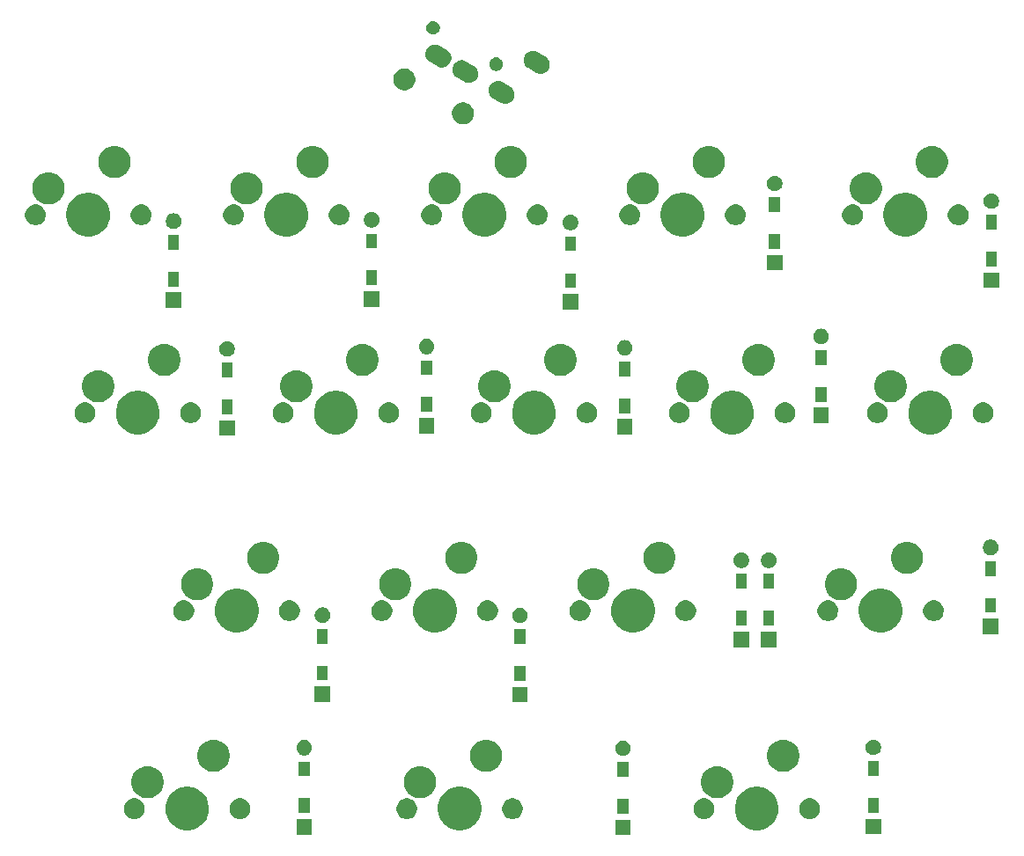
<source format=gbr>
G04 #@! TF.GenerationSoftware,KiCad,Pcbnew,(5.1.6-0-10_14)*
G04 #@! TF.CreationDate,2022-08-31T17:50:21+09:00*
G04 #@! TF.ProjectId,cool936,636f6f6c-3933-4362-9e6b-696361645f70,rev?*
G04 #@! TF.SameCoordinates,Original*
G04 #@! TF.FileFunction,Soldermask,Top*
G04 #@! TF.FilePolarity,Negative*
%FSLAX46Y46*%
G04 Gerber Fmt 4.6, Leading zero omitted, Abs format (unit mm)*
G04 Created by KiCad (PCBNEW (5.1.6-0-10_14)) date 2022-08-31 17:50:21*
%MOMM*%
%LPD*%
G01*
G04 APERTURE LIST*
%ADD10C,0.100000*%
G04 APERTURE END LIST*
D10*
G36*
X233139500Y-59699500D02*
G01*
X231640500Y-59699500D01*
X231640500Y-58200500D01*
X233139500Y-58200500D01*
X233139500Y-59699500D01*
G37*
G36*
X202509500Y-59649500D02*
G01*
X201010500Y-59649500D01*
X201010500Y-58150500D01*
X202509500Y-58150500D01*
X202509500Y-59649500D01*
G37*
G36*
X257229500Y-59634500D02*
G01*
X255730500Y-59634500D01*
X255730500Y-58135500D01*
X257229500Y-58135500D01*
X257229500Y-59634500D01*
G37*
G36*
X245746036Y-55102827D02*
G01*
X245881339Y-55129740D01*
X246263697Y-55288118D01*
X246607810Y-55518047D01*
X246900453Y-55810690D01*
X247130382Y-56154803D01*
X247278297Y-56511900D01*
X247288760Y-56537162D01*
X247369500Y-56943068D01*
X247369500Y-57356932D01*
X247330897Y-57551000D01*
X247288760Y-57762839D01*
X247130382Y-58145197D01*
X246900453Y-58489310D01*
X246607810Y-58781953D01*
X246263697Y-59011882D01*
X245881339Y-59170260D01*
X245746036Y-59197173D01*
X245475432Y-59251000D01*
X245061568Y-59251000D01*
X244790964Y-59197173D01*
X244655661Y-59170260D01*
X244273303Y-59011882D01*
X243929190Y-58781953D01*
X243636547Y-58489310D01*
X243406618Y-58145197D01*
X243248240Y-57762839D01*
X243206103Y-57551000D01*
X243167500Y-57356932D01*
X243167500Y-56943068D01*
X243248240Y-56537162D01*
X243258704Y-56511900D01*
X243406618Y-56154803D01*
X243636547Y-55810690D01*
X243929190Y-55518047D01*
X244273303Y-55288118D01*
X244655661Y-55129740D01*
X244790964Y-55102827D01*
X245061568Y-55049000D01*
X245475432Y-55049000D01*
X245746036Y-55102827D01*
G37*
G36*
X190977536Y-55102827D02*
G01*
X191112839Y-55129740D01*
X191495197Y-55288118D01*
X191839310Y-55518047D01*
X192131953Y-55810690D01*
X192361882Y-56154803D01*
X192509797Y-56511900D01*
X192520260Y-56537162D01*
X192601000Y-56943068D01*
X192601000Y-57356932D01*
X192562397Y-57551000D01*
X192520260Y-57762839D01*
X192361882Y-58145197D01*
X192131953Y-58489310D01*
X191839310Y-58781953D01*
X191495197Y-59011882D01*
X191112839Y-59170260D01*
X190977536Y-59197173D01*
X190706932Y-59251000D01*
X190293068Y-59251000D01*
X190022464Y-59197173D01*
X189887161Y-59170260D01*
X189504803Y-59011882D01*
X189160690Y-58781953D01*
X188868047Y-58489310D01*
X188638118Y-58145197D01*
X188479740Y-57762839D01*
X188437603Y-57551000D01*
X188399000Y-57356932D01*
X188399000Y-56943068D01*
X188479740Y-56537162D01*
X188490204Y-56511900D01*
X188638118Y-56154803D01*
X188868047Y-55810690D01*
X189160690Y-55518047D01*
X189504803Y-55288118D01*
X189887161Y-55129740D01*
X190022464Y-55102827D01*
X190293068Y-55049000D01*
X190706932Y-55049000D01*
X190977536Y-55102827D01*
G37*
G36*
X217171536Y-55102827D02*
G01*
X217306839Y-55129740D01*
X217689197Y-55288118D01*
X218033310Y-55518047D01*
X218325953Y-55810690D01*
X218555882Y-56154803D01*
X218703797Y-56511900D01*
X218714260Y-56537162D01*
X218795000Y-56943068D01*
X218795000Y-57356932D01*
X218756397Y-57551000D01*
X218714260Y-57762839D01*
X218555882Y-58145197D01*
X218325953Y-58489310D01*
X218033310Y-58781953D01*
X217689197Y-59011882D01*
X217306839Y-59170260D01*
X217171536Y-59197173D01*
X216900932Y-59251000D01*
X216487068Y-59251000D01*
X216216464Y-59197173D01*
X216081161Y-59170260D01*
X215698803Y-59011882D01*
X215354690Y-58781953D01*
X215062047Y-58489310D01*
X214832118Y-58145197D01*
X214673740Y-57762839D01*
X214631603Y-57551000D01*
X214593000Y-57356932D01*
X214593000Y-56943068D01*
X214673740Y-56537162D01*
X214684204Y-56511900D01*
X214832118Y-56154803D01*
X215062047Y-55810690D01*
X215354690Y-55518047D01*
X215698803Y-55288118D01*
X216081161Y-55129740D01*
X216216464Y-55102827D01*
X216487068Y-55049000D01*
X216900932Y-55049000D01*
X217171536Y-55102827D01*
G37*
G36*
X240316264Y-56154803D02*
G01*
X240480481Y-56187468D01*
X240662651Y-56262926D01*
X240826600Y-56372473D01*
X240966027Y-56511900D01*
X241075574Y-56675849D01*
X241151032Y-56858019D01*
X241189500Y-57051410D01*
X241189500Y-57248590D01*
X241151032Y-57441981D01*
X241075574Y-57624151D01*
X240966027Y-57788100D01*
X240826600Y-57927527D01*
X240662651Y-58037074D01*
X240480481Y-58112532D01*
X240383785Y-58131766D01*
X240287091Y-58151000D01*
X240089909Y-58151000D01*
X239993215Y-58131766D01*
X239896519Y-58112532D01*
X239714349Y-58037074D01*
X239550400Y-57927527D01*
X239410973Y-57788100D01*
X239301426Y-57624151D01*
X239225968Y-57441981D01*
X239187500Y-57248590D01*
X239187500Y-57051410D01*
X239225968Y-56858019D01*
X239301426Y-56675849D01*
X239410973Y-56511900D01*
X239550400Y-56372473D01*
X239714349Y-56262926D01*
X239896519Y-56187468D01*
X240060736Y-56154803D01*
X240089909Y-56149000D01*
X240287091Y-56149000D01*
X240316264Y-56154803D01*
G37*
G36*
X185547764Y-56154803D02*
G01*
X185711981Y-56187468D01*
X185894151Y-56262926D01*
X186058100Y-56372473D01*
X186197527Y-56511900D01*
X186307074Y-56675849D01*
X186382532Y-56858019D01*
X186421000Y-57051410D01*
X186421000Y-57248590D01*
X186382532Y-57441981D01*
X186307074Y-57624151D01*
X186197527Y-57788100D01*
X186058100Y-57927527D01*
X185894151Y-58037074D01*
X185711981Y-58112532D01*
X185615285Y-58131766D01*
X185518591Y-58151000D01*
X185321409Y-58151000D01*
X185224715Y-58131766D01*
X185128019Y-58112532D01*
X184945849Y-58037074D01*
X184781900Y-57927527D01*
X184642473Y-57788100D01*
X184532926Y-57624151D01*
X184457468Y-57441981D01*
X184419000Y-57248590D01*
X184419000Y-57051410D01*
X184457468Y-56858019D01*
X184532926Y-56675849D01*
X184642473Y-56511900D01*
X184781900Y-56372473D01*
X184945849Y-56262926D01*
X185128019Y-56187468D01*
X185292236Y-56154803D01*
X185321409Y-56149000D01*
X185518591Y-56149000D01*
X185547764Y-56154803D01*
G37*
G36*
X195707764Y-56154803D02*
G01*
X195871981Y-56187468D01*
X196054151Y-56262926D01*
X196218100Y-56372473D01*
X196357527Y-56511900D01*
X196467074Y-56675849D01*
X196542532Y-56858019D01*
X196581000Y-57051410D01*
X196581000Y-57248590D01*
X196542532Y-57441981D01*
X196467074Y-57624151D01*
X196357527Y-57788100D01*
X196218100Y-57927527D01*
X196054151Y-58037074D01*
X195871981Y-58112532D01*
X195775285Y-58131766D01*
X195678591Y-58151000D01*
X195481409Y-58151000D01*
X195384715Y-58131766D01*
X195288019Y-58112532D01*
X195105849Y-58037074D01*
X194941900Y-57927527D01*
X194802473Y-57788100D01*
X194692926Y-57624151D01*
X194617468Y-57441981D01*
X194579000Y-57248590D01*
X194579000Y-57051410D01*
X194617468Y-56858019D01*
X194692926Y-56675849D01*
X194802473Y-56511900D01*
X194941900Y-56372473D01*
X195105849Y-56262926D01*
X195288019Y-56187468D01*
X195452236Y-56154803D01*
X195481409Y-56149000D01*
X195678591Y-56149000D01*
X195707764Y-56154803D01*
G37*
G36*
X221901764Y-56154803D02*
G01*
X222065981Y-56187468D01*
X222248151Y-56262926D01*
X222412100Y-56372473D01*
X222551527Y-56511900D01*
X222661074Y-56675849D01*
X222736532Y-56858019D01*
X222775000Y-57051410D01*
X222775000Y-57248590D01*
X222736532Y-57441981D01*
X222661074Y-57624151D01*
X222551527Y-57788100D01*
X222412100Y-57927527D01*
X222248151Y-58037074D01*
X222065981Y-58112532D01*
X221969285Y-58131766D01*
X221872591Y-58151000D01*
X221675409Y-58151000D01*
X221578715Y-58131766D01*
X221482019Y-58112532D01*
X221299849Y-58037074D01*
X221135900Y-57927527D01*
X220996473Y-57788100D01*
X220886926Y-57624151D01*
X220811468Y-57441981D01*
X220773000Y-57248590D01*
X220773000Y-57051410D01*
X220811468Y-56858019D01*
X220886926Y-56675849D01*
X220996473Y-56511900D01*
X221135900Y-56372473D01*
X221299849Y-56262926D01*
X221482019Y-56187468D01*
X221646236Y-56154803D01*
X221675409Y-56149000D01*
X221872591Y-56149000D01*
X221901764Y-56154803D01*
G37*
G36*
X211741764Y-56154803D02*
G01*
X211905981Y-56187468D01*
X212088151Y-56262926D01*
X212252100Y-56372473D01*
X212391527Y-56511900D01*
X212501074Y-56675849D01*
X212576532Y-56858019D01*
X212615000Y-57051410D01*
X212615000Y-57248590D01*
X212576532Y-57441981D01*
X212501074Y-57624151D01*
X212391527Y-57788100D01*
X212252100Y-57927527D01*
X212088151Y-58037074D01*
X211905981Y-58112532D01*
X211809285Y-58131766D01*
X211712591Y-58151000D01*
X211515409Y-58151000D01*
X211418715Y-58131766D01*
X211322019Y-58112532D01*
X211139849Y-58037074D01*
X210975900Y-57927527D01*
X210836473Y-57788100D01*
X210726926Y-57624151D01*
X210651468Y-57441981D01*
X210613000Y-57248590D01*
X210613000Y-57051410D01*
X210651468Y-56858019D01*
X210726926Y-56675849D01*
X210836473Y-56511900D01*
X210975900Y-56372473D01*
X211139849Y-56262926D01*
X211322019Y-56187468D01*
X211486236Y-56154803D01*
X211515409Y-56149000D01*
X211712591Y-56149000D01*
X211741764Y-56154803D01*
G37*
G36*
X250476264Y-56154803D02*
G01*
X250640481Y-56187468D01*
X250822651Y-56262926D01*
X250986600Y-56372473D01*
X251126027Y-56511900D01*
X251235574Y-56675849D01*
X251311032Y-56858019D01*
X251349500Y-57051410D01*
X251349500Y-57248590D01*
X251311032Y-57441981D01*
X251235574Y-57624151D01*
X251126027Y-57788100D01*
X250986600Y-57927527D01*
X250822651Y-58037074D01*
X250640481Y-58112532D01*
X250543785Y-58131766D01*
X250447091Y-58151000D01*
X250249909Y-58151000D01*
X250153215Y-58131766D01*
X250056519Y-58112532D01*
X249874349Y-58037074D01*
X249710400Y-57927527D01*
X249570973Y-57788100D01*
X249461426Y-57624151D01*
X249385968Y-57441981D01*
X249347500Y-57248590D01*
X249347500Y-57051410D01*
X249385968Y-56858019D01*
X249461426Y-56675849D01*
X249570973Y-56511900D01*
X249710400Y-56372473D01*
X249874349Y-56262926D01*
X250056519Y-56187468D01*
X250220736Y-56154803D01*
X250249909Y-56149000D01*
X250447091Y-56149000D01*
X250476264Y-56154803D01*
G37*
G36*
X232916000Y-57616000D02*
G01*
X231864000Y-57616000D01*
X231864000Y-56214000D01*
X232916000Y-56214000D01*
X232916000Y-57616000D01*
G37*
G36*
X202286000Y-57566000D02*
G01*
X201234000Y-57566000D01*
X201234000Y-56164000D01*
X202286000Y-56164000D01*
X202286000Y-57566000D01*
G37*
G36*
X257006000Y-57551000D02*
G01*
X255954000Y-57551000D01*
X255954000Y-56149000D01*
X257006000Y-56149000D01*
X257006000Y-57551000D01*
G37*
G36*
X213186585Y-53088802D02*
G01*
X213336410Y-53118604D01*
X213618674Y-53235521D01*
X213872705Y-53405259D01*
X214088741Y-53621295D01*
X214258479Y-53875326D01*
X214375396Y-54157590D01*
X214435000Y-54457240D01*
X214435000Y-54762760D01*
X214375396Y-55062410D01*
X214258479Y-55344674D01*
X214088741Y-55598705D01*
X213872705Y-55814741D01*
X213618674Y-55984479D01*
X213336410Y-56101396D01*
X213186585Y-56131198D01*
X213036761Y-56161000D01*
X212731239Y-56161000D01*
X212581415Y-56131198D01*
X212431590Y-56101396D01*
X212149326Y-55984479D01*
X211895295Y-55814741D01*
X211679259Y-55598705D01*
X211509521Y-55344674D01*
X211392604Y-55062410D01*
X211333000Y-54762760D01*
X211333000Y-54457240D01*
X211392604Y-54157590D01*
X211509521Y-53875326D01*
X211679259Y-53621295D01*
X211895295Y-53405259D01*
X212149326Y-53235521D01*
X212431590Y-53118604D01*
X212581415Y-53088802D01*
X212731239Y-53059000D01*
X213036761Y-53059000D01*
X213186585Y-53088802D01*
G37*
G36*
X186992585Y-53088802D02*
G01*
X187142410Y-53118604D01*
X187424674Y-53235521D01*
X187678705Y-53405259D01*
X187894741Y-53621295D01*
X188064479Y-53875326D01*
X188181396Y-54157590D01*
X188241000Y-54457240D01*
X188241000Y-54762760D01*
X188181396Y-55062410D01*
X188064479Y-55344674D01*
X187894741Y-55598705D01*
X187678705Y-55814741D01*
X187424674Y-55984479D01*
X187142410Y-56101396D01*
X186992585Y-56131198D01*
X186842761Y-56161000D01*
X186537239Y-56161000D01*
X186387415Y-56131198D01*
X186237590Y-56101396D01*
X185955326Y-55984479D01*
X185701295Y-55814741D01*
X185485259Y-55598705D01*
X185315521Y-55344674D01*
X185198604Y-55062410D01*
X185139000Y-54762760D01*
X185139000Y-54457240D01*
X185198604Y-54157590D01*
X185315521Y-53875326D01*
X185485259Y-53621295D01*
X185701295Y-53405259D01*
X185955326Y-53235521D01*
X186237590Y-53118604D01*
X186387415Y-53088802D01*
X186537239Y-53059000D01*
X186842761Y-53059000D01*
X186992585Y-53088802D01*
G37*
G36*
X241761085Y-53088802D02*
G01*
X241910910Y-53118604D01*
X242193174Y-53235521D01*
X242447205Y-53405259D01*
X242663241Y-53621295D01*
X242832979Y-53875326D01*
X242949896Y-54157590D01*
X243009500Y-54457240D01*
X243009500Y-54762760D01*
X242949896Y-55062410D01*
X242832979Y-55344674D01*
X242663241Y-55598705D01*
X242447205Y-55814741D01*
X242193174Y-55984479D01*
X241910910Y-56101396D01*
X241761085Y-56131198D01*
X241611261Y-56161000D01*
X241305739Y-56161000D01*
X241155915Y-56131198D01*
X241006090Y-56101396D01*
X240723826Y-55984479D01*
X240469795Y-55814741D01*
X240253759Y-55598705D01*
X240084021Y-55344674D01*
X239967104Y-55062410D01*
X239907500Y-54762760D01*
X239907500Y-54457240D01*
X239967104Y-54157590D01*
X240084021Y-53875326D01*
X240253759Y-53621295D01*
X240469795Y-53405259D01*
X240723826Y-53235521D01*
X241006090Y-53118604D01*
X241155915Y-53088802D01*
X241305739Y-53059000D01*
X241611261Y-53059000D01*
X241761085Y-53088802D01*
G37*
G36*
X232916000Y-54066000D02*
G01*
X231864000Y-54066000D01*
X231864000Y-52664000D01*
X232916000Y-52664000D01*
X232916000Y-54066000D01*
G37*
G36*
X202286000Y-54016000D02*
G01*
X201234000Y-54016000D01*
X201234000Y-52614000D01*
X202286000Y-52614000D01*
X202286000Y-54016000D01*
G37*
G36*
X257006000Y-54001000D02*
G01*
X255954000Y-54001000D01*
X255954000Y-52599000D01*
X257006000Y-52599000D01*
X257006000Y-54001000D01*
G37*
G36*
X193319962Y-50544302D02*
G01*
X193492410Y-50578604D01*
X193774674Y-50695521D01*
X194028705Y-50865259D01*
X194244741Y-51081295D01*
X194414479Y-51335326D01*
X194531396Y-51617590D01*
X194591000Y-51917240D01*
X194591000Y-52222760D01*
X194531396Y-52522410D01*
X194414479Y-52804674D01*
X194244741Y-53058705D01*
X194028705Y-53274741D01*
X193774674Y-53444479D01*
X193492410Y-53561396D01*
X193342585Y-53591198D01*
X193192761Y-53621000D01*
X192887239Y-53621000D01*
X192737415Y-53591198D01*
X192587590Y-53561396D01*
X192305326Y-53444479D01*
X192051295Y-53274741D01*
X191835259Y-53058705D01*
X191665521Y-52804674D01*
X191548604Y-52522410D01*
X191489000Y-52222760D01*
X191489000Y-51917240D01*
X191548604Y-51617590D01*
X191665521Y-51335326D01*
X191835259Y-51081295D01*
X192051295Y-50865259D01*
X192305326Y-50695521D01*
X192587590Y-50578604D01*
X192760038Y-50544302D01*
X192887239Y-50519000D01*
X193192761Y-50519000D01*
X193319962Y-50544302D01*
G37*
G36*
X219513962Y-50544302D02*
G01*
X219686410Y-50578604D01*
X219968674Y-50695521D01*
X220222705Y-50865259D01*
X220438741Y-51081295D01*
X220608479Y-51335326D01*
X220725396Y-51617590D01*
X220785000Y-51917240D01*
X220785000Y-52222760D01*
X220725396Y-52522410D01*
X220608479Y-52804674D01*
X220438741Y-53058705D01*
X220222705Y-53274741D01*
X219968674Y-53444479D01*
X219686410Y-53561396D01*
X219536585Y-53591198D01*
X219386761Y-53621000D01*
X219081239Y-53621000D01*
X218931415Y-53591198D01*
X218781590Y-53561396D01*
X218499326Y-53444479D01*
X218245295Y-53274741D01*
X218029259Y-53058705D01*
X217859521Y-52804674D01*
X217742604Y-52522410D01*
X217683000Y-52222760D01*
X217683000Y-51917240D01*
X217742604Y-51617590D01*
X217859521Y-51335326D01*
X218029259Y-51081295D01*
X218245295Y-50865259D01*
X218499326Y-50695521D01*
X218781590Y-50578604D01*
X218954038Y-50544302D01*
X219081239Y-50519000D01*
X219386761Y-50519000D01*
X219513962Y-50544302D01*
G37*
G36*
X248088462Y-50544302D02*
G01*
X248260910Y-50578604D01*
X248543174Y-50695521D01*
X248797205Y-50865259D01*
X249013241Y-51081295D01*
X249182979Y-51335326D01*
X249299896Y-51617590D01*
X249359500Y-51917240D01*
X249359500Y-52222760D01*
X249299896Y-52522410D01*
X249182979Y-52804674D01*
X249013241Y-53058705D01*
X248797205Y-53274741D01*
X248543174Y-53444479D01*
X248260910Y-53561396D01*
X248111085Y-53591198D01*
X247961261Y-53621000D01*
X247655739Y-53621000D01*
X247505915Y-53591198D01*
X247356090Y-53561396D01*
X247073826Y-53444479D01*
X246819795Y-53274741D01*
X246603759Y-53058705D01*
X246434021Y-52804674D01*
X246317104Y-52522410D01*
X246257500Y-52222760D01*
X246257500Y-51917240D01*
X246317104Y-51617590D01*
X246434021Y-51335326D01*
X246603759Y-51081295D01*
X246819795Y-50865259D01*
X247073826Y-50695521D01*
X247356090Y-50578604D01*
X247528538Y-50544302D01*
X247655739Y-50519000D01*
X247961261Y-50519000D01*
X248088462Y-50544302D01*
G37*
G36*
X232484425Y-50584599D02*
G01*
X232608621Y-50609302D01*
X232745022Y-50665801D01*
X232867779Y-50747825D01*
X232972175Y-50852221D01*
X233054199Y-50974978D01*
X233110698Y-51111379D01*
X233139500Y-51256181D01*
X233139500Y-51403819D01*
X233110698Y-51548621D01*
X233054199Y-51685022D01*
X232972175Y-51807779D01*
X232867779Y-51912175D01*
X232745022Y-51994199D01*
X232608621Y-52050698D01*
X232484425Y-52075401D01*
X232463820Y-52079500D01*
X232316180Y-52079500D01*
X232295575Y-52075401D01*
X232171379Y-52050698D01*
X232034978Y-51994199D01*
X231912221Y-51912175D01*
X231807825Y-51807779D01*
X231725801Y-51685022D01*
X231669302Y-51548621D01*
X231640500Y-51403819D01*
X231640500Y-51256181D01*
X231669302Y-51111379D01*
X231725801Y-50974978D01*
X231807825Y-50852221D01*
X231912221Y-50747825D01*
X232034978Y-50665801D01*
X232171379Y-50609302D01*
X232295575Y-50584599D01*
X232316180Y-50580500D01*
X232463820Y-50580500D01*
X232484425Y-50584599D01*
G37*
G36*
X201854425Y-50534599D02*
G01*
X201978621Y-50559302D01*
X202115022Y-50615801D01*
X202237779Y-50697825D01*
X202342175Y-50802221D01*
X202424199Y-50924978D01*
X202480698Y-51061379D01*
X202509500Y-51206181D01*
X202509500Y-51353819D01*
X202480698Y-51498621D01*
X202424199Y-51635022D01*
X202342175Y-51757779D01*
X202237779Y-51862175D01*
X202115022Y-51944199D01*
X201978621Y-52000698D01*
X201854425Y-52025401D01*
X201833820Y-52029500D01*
X201686180Y-52029500D01*
X201665575Y-52025401D01*
X201541379Y-52000698D01*
X201404978Y-51944199D01*
X201282221Y-51862175D01*
X201177825Y-51757779D01*
X201095801Y-51635022D01*
X201039302Y-51498621D01*
X201010500Y-51353819D01*
X201010500Y-51206181D01*
X201039302Y-51061379D01*
X201095801Y-50924978D01*
X201177825Y-50802221D01*
X201282221Y-50697825D01*
X201404978Y-50615801D01*
X201541379Y-50559302D01*
X201665575Y-50534599D01*
X201686180Y-50530500D01*
X201833820Y-50530500D01*
X201854425Y-50534599D01*
G37*
G36*
X256571415Y-50519000D02*
G01*
X256698621Y-50544302D01*
X256835022Y-50600801D01*
X256957779Y-50682825D01*
X257062175Y-50787221D01*
X257144199Y-50909978D01*
X257200698Y-51046379D01*
X257229500Y-51191181D01*
X257229500Y-51338819D01*
X257200698Y-51483621D01*
X257144199Y-51620022D01*
X257062175Y-51742779D01*
X256957779Y-51847175D01*
X256835022Y-51929199D01*
X256698621Y-51985698D01*
X256574425Y-52010401D01*
X256553820Y-52014500D01*
X256406180Y-52014500D01*
X256385575Y-52010401D01*
X256261379Y-51985698D01*
X256124978Y-51929199D01*
X256002221Y-51847175D01*
X255897825Y-51742779D01*
X255815801Y-51620022D01*
X255759302Y-51483621D01*
X255730500Y-51338819D01*
X255730500Y-51191181D01*
X255759302Y-51046379D01*
X255815801Y-50909978D01*
X255897825Y-50787221D01*
X256002221Y-50682825D01*
X256124978Y-50600801D01*
X256261379Y-50544302D01*
X256388585Y-50519000D01*
X256406180Y-50515500D01*
X256553820Y-50515500D01*
X256571415Y-50519000D01*
G37*
G36*
X223249500Y-46929500D02*
G01*
X221750500Y-46929500D01*
X221750500Y-45430500D01*
X223249500Y-45430500D01*
X223249500Y-46929500D01*
G37*
G36*
X204249500Y-46899500D02*
G01*
X202750500Y-46899500D01*
X202750500Y-45400500D01*
X204249500Y-45400500D01*
X204249500Y-46899500D01*
G37*
G36*
X223026000Y-44846000D02*
G01*
X221974000Y-44846000D01*
X221974000Y-43444000D01*
X223026000Y-43444000D01*
X223026000Y-44846000D01*
G37*
G36*
X204026000Y-44816000D02*
G01*
X202974000Y-44816000D01*
X202974000Y-43414000D01*
X204026000Y-43414000D01*
X204026000Y-44816000D01*
G37*
G36*
X247179500Y-41609500D02*
G01*
X245680500Y-41609500D01*
X245680500Y-40110500D01*
X247179500Y-40110500D01*
X247179500Y-41609500D01*
G37*
G36*
X244529500Y-41609500D02*
G01*
X243030500Y-41609500D01*
X243030500Y-40110500D01*
X244529500Y-40110500D01*
X244529500Y-41609500D01*
G37*
G36*
X223026000Y-41296000D02*
G01*
X221974000Y-41296000D01*
X221974000Y-39894000D01*
X223026000Y-39894000D01*
X223026000Y-41296000D01*
G37*
G36*
X204026000Y-41266000D02*
G01*
X202974000Y-41266000D01*
X202974000Y-39864000D01*
X204026000Y-39864000D01*
X204026000Y-41266000D01*
G37*
G36*
X268499500Y-40379500D02*
G01*
X267000500Y-40379500D01*
X267000500Y-38880500D01*
X268499500Y-38880500D01*
X268499500Y-40379500D01*
G37*
G36*
X233840036Y-36052827D02*
G01*
X233975339Y-36079740D01*
X234357697Y-36238118D01*
X234701810Y-36468047D01*
X234994453Y-36760690D01*
X235224382Y-37104803D01*
X235372297Y-37461900D01*
X235382760Y-37487162D01*
X235463500Y-37893068D01*
X235463500Y-38306932D01*
X235433812Y-38456181D01*
X235382760Y-38712839D01*
X235224382Y-39095197D01*
X234994453Y-39439310D01*
X234701810Y-39731953D01*
X234357697Y-39961882D01*
X233975339Y-40120260D01*
X233840036Y-40147173D01*
X233569432Y-40201000D01*
X233155568Y-40201000D01*
X232884964Y-40147173D01*
X232749661Y-40120260D01*
X232367303Y-39961882D01*
X232023190Y-39731953D01*
X231730547Y-39439310D01*
X231500618Y-39095197D01*
X231342240Y-38712839D01*
X231291188Y-38456181D01*
X231261500Y-38306932D01*
X231261500Y-37893068D01*
X231342240Y-37487162D01*
X231352704Y-37461900D01*
X231500618Y-37104803D01*
X231730547Y-36760690D01*
X232023190Y-36468047D01*
X232367303Y-36238118D01*
X232749661Y-36079740D01*
X232884964Y-36052827D01*
X233155568Y-35999000D01*
X233569432Y-35999000D01*
X233840036Y-36052827D01*
G37*
G36*
X195740036Y-36052827D02*
G01*
X195875339Y-36079740D01*
X196257697Y-36238118D01*
X196601810Y-36468047D01*
X196894453Y-36760690D01*
X197124382Y-37104803D01*
X197272297Y-37461900D01*
X197282760Y-37487162D01*
X197363500Y-37893068D01*
X197363500Y-38306932D01*
X197333812Y-38456181D01*
X197282760Y-38712839D01*
X197124382Y-39095197D01*
X196894453Y-39439310D01*
X196601810Y-39731953D01*
X196257697Y-39961882D01*
X195875339Y-40120260D01*
X195740036Y-40147173D01*
X195469432Y-40201000D01*
X195055568Y-40201000D01*
X194784964Y-40147173D01*
X194649661Y-40120260D01*
X194267303Y-39961882D01*
X193923190Y-39731953D01*
X193630547Y-39439310D01*
X193400618Y-39095197D01*
X193242240Y-38712839D01*
X193191188Y-38456181D01*
X193161500Y-38306932D01*
X193161500Y-37893068D01*
X193242240Y-37487162D01*
X193252704Y-37461900D01*
X193400618Y-37104803D01*
X193630547Y-36760690D01*
X193923190Y-36468047D01*
X194267303Y-36238118D01*
X194649661Y-36079740D01*
X194784964Y-36052827D01*
X195055568Y-35999000D01*
X195469432Y-35999000D01*
X195740036Y-36052827D01*
G37*
G36*
X214790036Y-36052827D02*
G01*
X214925339Y-36079740D01*
X215307697Y-36238118D01*
X215651810Y-36468047D01*
X215944453Y-36760690D01*
X216174382Y-37104803D01*
X216322297Y-37461900D01*
X216332760Y-37487162D01*
X216413500Y-37893068D01*
X216413500Y-38306932D01*
X216383812Y-38456181D01*
X216332760Y-38712839D01*
X216174382Y-39095197D01*
X215944453Y-39439310D01*
X215651810Y-39731953D01*
X215307697Y-39961882D01*
X214925339Y-40120260D01*
X214790036Y-40147173D01*
X214519432Y-40201000D01*
X214105568Y-40201000D01*
X213834964Y-40147173D01*
X213699661Y-40120260D01*
X213317303Y-39961882D01*
X212973190Y-39731953D01*
X212680547Y-39439310D01*
X212450618Y-39095197D01*
X212292240Y-38712839D01*
X212241188Y-38456181D01*
X212211500Y-38306932D01*
X212211500Y-37893068D01*
X212292240Y-37487162D01*
X212302704Y-37461900D01*
X212450618Y-37104803D01*
X212680547Y-36760690D01*
X212973190Y-36468047D01*
X213317303Y-36238118D01*
X213699661Y-36079740D01*
X213834964Y-36052827D01*
X214105568Y-35999000D01*
X214519432Y-35999000D01*
X214790036Y-36052827D01*
G37*
G36*
X257653036Y-36052827D02*
G01*
X257788339Y-36079740D01*
X258170697Y-36238118D01*
X258514810Y-36468047D01*
X258807453Y-36760690D01*
X259037382Y-37104803D01*
X259185297Y-37461900D01*
X259195760Y-37487162D01*
X259276500Y-37893068D01*
X259276500Y-38306932D01*
X259246812Y-38456181D01*
X259195760Y-38712839D01*
X259037382Y-39095197D01*
X258807453Y-39439310D01*
X258514810Y-39731953D01*
X258170697Y-39961882D01*
X257788339Y-40120260D01*
X257653036Y-40147173D01*
X257382432Y-40201000D01*
X256968568Y-40201000D01*
X256697964Y-40147173D01*
X256562661Y-40120260D01*
X256180303Y-39961882D01*
X255836190Y-39731953D01*
X255543547Y-39439310D01*
X255313618Y-39095197D01*
X255155240Y-38712839D01*
X255104188Y-38456181D01*
X255074500Y-38306932D01*
X255074500Y-37893068D01*
X255155240Y-37487162D01*
X255165704Y-37461900D01*
X255313618Y-37104803D01*
X255543547Y-36760690D01*
X255836190Y-36468047D01*
X256180303Y-36238118D01*
X256562661Y-36079740D01*
X256697964Y-36052827D01*
X256968568Y-35999000D01*
X257382432Y-35999000D01*
X257653036Y-36052827D01*
G37*
G36*
X244306000Y-39526000D02*
G01*
X243254000Y-39526000D01*
X243254000Y-38124000D01*
X244306000Y-38124000D01*
X244306000Y-39526000D01*
G37*
G36*
X246956000Y-39526000D02*
G01*
X245904000Y-39526000D01*
X245904000Y-38124000D01*
X246956000Y-38124000D01*
X246956000Y-39526000D01*
G37*
G36*
X222594425Y-37814599D02*
G01*
X222718621Y-37839302D01*
X222855022Y-37895801D01*
X222977779Y-37977825D01*
X223082175Y-38082221D01*
X223164199Y-38204978D01*
X223220698Y-38341379D01*
X223249500Y-38486181D01*
X223249500Y-38633819D01*
X223220698Y-38778621D01*
X223164199Y-38915022D01*
X223082175Y-39037779D01*
X222977779Y-39142175D01*
X222855022Y-39224199D01*
X222718621Y-39280698D01*
X222594425Y-39305401D01*
X222573820Y-39309500D01*
X222426180Y-39309500D01*
X222405575Y-39305401D01*
X222281379Y-39280698D01*
X222144978Y-39224199D01*
X222022221Y-39142175D01*
X221917825Y-39037779D01*
X221835801Y-38915022D01*
X221779302Y-38778621D01*
X221750500Y-38633819D01*
X221750500Y-38486181D01*
X221779302Y-38341379D01*
X221835801Y-38204978D01*
X221917825Y-38082221D01*
X222022221Y-37977825D01*
X222144978Y-37895801D01*
X222281379Y-37839302D01*
X222405575Y-37814599D01*
X222426180Y-37810500D01*
X222573820Y-37810500D01*
X222594425Y-37814599D01*
G37*
G36*
X203594425Y-37784599D02*
G01*
X203718621Y-37809302D01*
X203855022Y-37865801D01*
X203977779Y-37947825D01*
X204082175Y-38052221D01*
X204164199Y-38174978D01*
X204220698Y-38311379D01*
X204249500Y-38456181D01*
X204249500Y-38603819D01*
X204220698Y-38748621D01*
X204164199Y-38885022D01*
X204082175Y-39007779D01*
X203977779Y-39112175D01*
X203855022Y-39194199D01*
X203718621Y-39250698D01*
X203594425Y-39275401D01*
X203573820Y-39279500D01*
X203426180Y-39279500D01*
X203405575Y-39275401D01*
X203281379Y-39250698D01*
X203144978Y-39194199D01*
X203022221Y-39112175D01*
X202917825Y-39007779D01*
X202835801Y-38885022D01*
X202779302Y-38748621D01*
X202750500Y-38603819D01*
X202750500Y-38456181D01*
X202779302Y-38311379D01*
X202835801Y-38174978D01*
X202917825Y-38052221D01*
X203022221Y-37947825D01*
X203144978Y-37865801D01*
X203281379Y-37809302D01*
X203405575Y-37784599D01*
X203426180Y-37780500D01*
X203573820Y-37780500D01*
X203594425Y-37784599D01*
G37*
G36*
X209360264Y-37104803D02*
G01*
X209524481Y-37137468D01*
X209706651Y-37212926D01*
X209870600Y-37322473D01*
X210010027Y-37461900D01*
X210119574Y-37625849D01*
X210195032Y-37808019D01*
X210201255Y-37839303D01*
X210233500Y-38001409D01*
X210233500Y-38198591D01*
X210232229Y-38204981D01*
X210195032Y-38391981D01*
X210119574Y-38574151D01*
X210010027Y-38738100D01*
X209870600Y-38877527D01*
X209706651Y-38987074D01*
X209524481Y-39062532D01*
X209331091Y-39101000D01*
X209133909Y-39101000D01*
X208940519Y-39062532D01*
X208758349Y-38987074D01*
X208594400Y-38877527D01*
X208454973Y-38738100D01*
X208345426Y-38574151D01*
X208269968Y-38391981D01*
X208232771Y-38204981D01*
X208231500Y-38198591D01*
X208231500Y-38001409D01*
X208263745Y-37839303D01*
X208269968Y-37808019D01*
X208345426Y-37625849D01*
X208454973Y-37461900D01*
X208594400Y-37322473D01*
X208758349Y-37212926D01*
X208940519Y-37137468D01*
X209104736Y-37104803D01*
X209133909Y-37099000D01*
X209331091Y-37099000D01*
X209360264Y-37104803D01*
G37*
G36*
X190310264Y-37104803D02*
G01*
X190474481Y-37137468D01*
X190656651Y-37212926D01*
X190820600Y-37322473D01*
X190960027Y-37461900D01*
X191069574Y-37625849D01*
X191145032Y-37808019D01*
X191151255Y-37839303D01*
X191183500Y-38001409D01*
X191183500Y-38198591D01*
X191182229Y-38204981D01*
X191145032Y-38391981D01*
X191069574Y-38574151D01*
X190960027Y-38738100D01*
X190820600Y-38877527D01*
X190656651Y-38987074D01*
X190474481Y-39062532D01*
X190281091Y-39101000D01*
X190083909Y-39101000D01*
X189890519Y-39062532D01*
X189708349Y-38987074D01*
X189544400Y-38877527D01*
X189404973Y-38738100D01*
X189295426Y-38574151D01*
X189219968Y-38391981D01*
X189182771Y-38204981D01*
X189181500Y-38198591D01*
X189181500Y-38001409D01*
X189213745Y-37839303D01*
X189219968Y-37808019D01*
X189295426Y-37625849D01*
X189404973Y-37461900D01*
X189544400Y-37322473D01*
X189708349Y-37212926D01*
X189890519Y-37137468D01*
X190054736Y-37104803D01*
X190083909Y-37099000D01*
X190281091Y-37099000D01*
X190310264Y-37104803D01*
G37*
G36*
X200470264Y-37104803D02*
G01*
X200634481Y-37137468D01*
X200816651Y-37212926D01*
X200980600Y-37322473D01*
X201120027Y-37461900D01*
X201229574Y-37625849D01*
X201305032Y-37808019D01*
X201311255Y-37839303D01*
X201343500Y-38001409D01*
X201343500Y-38198591D01*
X201342229Y-38204981D01*
X201305032Y-38391981D01*
X201229574Y-38574151D01*
X201120027Y-38738100D01*
X200980600Y-38877527D01*
X200816651Y-38987074D01*
X200634481Y-39062532D01*
X200441091Y-39101000D01*
X200243909Y-39101000D01*
X200050519Y-39062532D01*
X199868349Y-38987074D01*
X199704400Y-38877527D01*
X199564973Y-38738100D01*
X199455426Y-38574151D01*
X199379968Y-38391981D01*
X199342771Y-38204981D01*
X199341500Y-38198591D01*
X199341500Y-38001409D01*
X199373745Y-37839303D01*
X199379968Y-37808019D01*
X199455426Y-37625849D01*
X199564973Y-37461900D01*
X199704400Y-37322473D01*
X199868349Y-37212926D01*
X200050519Y-37137468D01*
X200214736Y-37104803D01*
X200243909Y-37099000D01*
X200441091Y-37099000D01*
X200470264Y-37104803D01*
G37*
G36*
X262383264Y-37104803D02*
G01*
X262547481Y-37137468D01*
X262729651Y-37212926D01*
X262893600Y-37322473D01*
X263033027Y-37461900D01*
X263142574Y-37625849D01*
X263218032Y-37808019D01*
X263224255Y-37839303D01*
X263256500Y-38001409D01*
X263256500Y-38198591D01*
X263255229Y-38204981D01*
X263218032Y-38391981D01*
X263142574Y-38574151D01*
X263033027Y-38738100D01*
X262893600Y-38877527D01*
X262729651Y-38987074D01*
X262547481Y-39062532D01*
X262354091Y-39101000D01*
X262156909Y-39101000D01*
X261963519Y-39062532D01*
X261781349Y-38987074D01*
X261617400Y-38877527D01*
X261477973Y-38738100D01*
X261368426Y-38574151D01*
X261292968Y-38391981D01*
X261255771Y-38204981D01*
X261254500Y-38198591D01*
X261254500Y-38001409D01*
X261286745Y-37839303D01*
X261292968Y-37808019D01*
X261368426Y-37625849D01*
X261477973Y-37461900D01*
X261617400Y-37322473D01*
X261781349Y-37212926D01*
X261963519Y-37137468D01*
X262127736Y-37104803D01*
X262156909Y-37099000D01*
X262354091Y-37099000D01*
X262383264Y-37104803D01*
G37*
G36*
X252223264Y-37104803D02*
G01*
X252387481Y-37137468D01*
X252569651Y-37212926D01*
X252733600Y-37322473D01*
X252873027Y-37461900D01*
X252982574Y-37625849D01*
X253058032Y-37808019D01*
X253064255Y-37839303D01*
X253096500Y-38001409D01*
X253096500Y-38198591D01*
X253095229Y-38204981D01*
X253058032Y-38391981D01*
X252982574Y-38574151D01*
X252873027Y-38738100D01*
X252733600Y-38877527D01*
X252569651Y-38987074D01*
X252387481Y-39062532D01*
X252194091Y-39101000D01*
X251996909Y-39101000D01*
X251803519Y-39062532D01*
X251621349Y-38987074D01*
X251457400Y-38877527D01*
X251317973Y-38738100D01*
X251208426Y-38574151D01*
X251132968Y-38391981D01*
X251095771Y-38204981D01*
X251094500Y-38198591D01*
X251094500Y-38001409D01*
X251126745Y-37839303D01*
X251132968Y-37808019D01*
X251208426Y-37625849D01*
X251317973Y-37461900D01*
X251457400Y-37322473D01*
X251621349Y-37212926D01*
X251803519Y-37137468D01*
X251967736Y-37104803D01*
X251996909Y-37099000D01*
X252194091Y-37099000D01*
X252223264Y-37104803D01*
G37*
G36*
X219520264Y-37104803D02*
G01*
X219684481Y-37137468D01*
X219866651Y-37212926D01*
X220030600Y-37322473D01*
X220170027Y-37461900D01*
X220279574Y-37625849D01*
X220355032Y-37808019D01*
X220361255Y-37839303D01*
X220393500Y-38001409D01*
X220393500Y-38198591D01*
X220392229Y-38204981D01*
X220355032Y-38391981D01*
X220279574Y-38574151D01*
X220170027Y-38738100D01*
X220030600Y-38877527D01*
X219866651Y-38987074D01*
X219684481Y-39062532D01*
X219491091Y-39101000D01*
X219293909Y-39101000D01*
X219100519Y-39062532D01*
X218918349Y-38987074D01*
X218754400Y-38877527D01*
X218614973Y-38738100D01*
X218505426Y-38574151D01*
X218429968Y-38391981D01*
X218392771Y-38204981D01*
X218391500Y-38198591D01*
X218391500Y-38001409D01*
X218423745Y-37839303D01*
X218429968Y-37808019D01*
X218505426Y-37625849D01*
X218614973Y-37461900D01*
X218754400Y-37322473D01*
X218918349Y-37212926D01*
X219100519Y-37137468D01*
X219264736Y-37104803D01*
X219293909Y-37099000D01*
X219491091Y-37099000D01*
X219520264Y-37104803D01*
G37*
G36*
X238570264Y-37104803D02*
G01*
X238734481Y-37137468D01*
X238916651Y-37212926D01*
X239080600Y-37322473D01*
X239220027Y-37461900D01*
X239329574Y-37625849D01*
X239405032Y-37808019D01*
X239411255Y-37839303D01*
X239443500Y-38001409D01*
X239443500Y-38198591D01*
X239442229Y-38204981D01*
X239405032Y-38391981D01*
X239329574Y-38574151D01*
X239220027Y-38738100D01*
X239080600Y-38877527D01*
X238916651Y-38987074D01*
X238734481Y-39062532D01*
X238541091Y-39101000D01*
X238343909Y-39101000D01*
X238150519Y-39062532D01*
X237968349Y-38987074D01*
X237804400Y-38877527D01*
X237664973Y-38738100D01*
X237555426Y-38574151D01*
X237479968Y-38391981D01*
X237442771Y-38204981D01*
X237441500Y-38198591D01*
X237441500Y-38001409D01*
X237473745Y-37839303D01*
X237479968Y-37808019D01*
X237555426Y-37625849D01*
X237664973Y-37461900D01*
X237804400Y-37322473D01*
X237968349Y-37212926D01*
X238150519Y-37137468D01*
X238314736Y-37104803D01*
X238343909Y-37099000D01*
X238541091Y-37099000D01*
X238570264Y-37104803D01*
G37*
G36*
X228410264Y-37104803D02*
G01*
X228574481Y-37137468D01*
X228756651Y-37212926D01*
X228920600Y-37322473D01*
X229060027Y-37461900D01*
X229169574Y-37625849D01*
X229245032Y-37808019D01*
X229251255Y-37839303D01*
X229283500Y-38001409D01*
X229283500Y-38198591D01*
X229282229Y-38204981D01*
X229245032Y-38391981D01*
X229169574Y-38574151D01*
X229060027Y-38738100D01*
X228920600Y-38877527D01*
X228756651Y-38987074D01*
X228574481Y-39062532D01*
X228381091Y-39101000D01*
X228183909Y-39101000D01*
X227990519Y-39062532D01*
X227808349Y-38987074D01*
X227644400Y-38877527D01*
X227504973Y-38738100D01*
X227395426Y-38574151D01*
X227319968Y-38391981D01*
X227282771Y-38204981D01*
X227281500Y-38198591D01*
X227281500Y-38001409D01*
X227313745Y-37839303D01*
X227319968Y-37808019D01*
X227395426Y-37625849D01*
X227504973Y-37461900D01*
X227644400Y-37322473D01*
X227808349Y-37212926D01*
X227990519Y-37137468D01*
X228154736Y-37104803D01*
X228183909Y-37099000D01*
X228381091Y-37099000D01*
X228410264Y-37104803D01*
G37*
G36*
X268276000Y-38296000D02*
G01*
X267224000Y-38296000D01*
X267224000Y-36894000D01*
X268276000Y-36894000D01*
X268276000Y-38296000D01*
G37*
G36*
X191755085Y-34038802D02*
G01*
X191904910Y-34068604D01*
X192187174Y-34185521D01*
X192441205Y-34355259D01*
X192657241Y-34571295D01*
X192826979Y-34825326D01*
X192943896Y-35107590D01*
X193003500Y-35407240D01*
X193003500Y-35712760D01*
X192943896Y-36012410D01*
X192826979Y-36294674D01*
X192657241Y-36548705D01*
X192441205Y-36764741D01*
X192187174Y-36934479D01*
X191904910Y-37051396D01*
X191755085Y-37081198D01*
X191605261Y-37111000D01*
X191299739Y-37111000D01*
X191149915Y-37081198D01*
X191000090Y-37051396D01*
X190717826Y-36934479D01*
X190463795Y-36764741D01*
X190247759Y-36548705D01*
X190078021Y-36294674D01*
X189961104Y-36012410D01*
X189901500Y-35712760D01*
X189901500Y-35407240D01*
X189961104Y-35107590D01*
X190078021Y-34825326D01*
X190247759Y-34571295D01*
X190463795Y-34355259D01*
X190717826Y-34185521D01*
X191000090Y-34068604D01*
X191149915Y-34038802D01*
X191299739Y-34009000D01*
X191605261Y-34009000D01*
X191755085Y-34038802D01*
G37*
G36*
X253668085Y-34038802D02*
G01*
X253817910Y-34068604D01*
X254100174Y-34185521D01*
X254354205Y-34355259D01*
X254570241Y-34571295D01*
X254739979Y-34825326D01*
X254856896Y-35107590D01*
X254916500Y-35407240D01*
X254916500Y-35712760D01*
X254856896Y-36012410D01*
X254739979Y-36294674D01*
X254570241Y-36548705D01*
X254354205Y-36764741D01*
X254100174Y-36934479D01*
X253817910Y-37051396D01*
X253668085Y-37081198D01*
X253518261Y-37111000D01*
X253212739Y-37111000D01*
X253062915Y-37081198D01*
X252913090Y-37051396D01*
X252630826Y-36934479D01*
X252376795Y-36764741D01*
X252160759Y-36548705D01*
X251991021Y-36294674D01*
X251874104Y-36012410D01*
X251814500Y-35712760D01*
X251814500Y-35407240D01*
X251874104Y-35107590D01*
X251991021Y-34825326D01*
X252160759Y-34571295D01*
X252376795Y-34355259D01*
X252630826Y-34185521D01*
X252913090Y-34068604D01*
X253062915Y-34038802D01*
X253212739Y-34009000D01*
X253518261Y-34009000D01*
X253668085Y-34038802D01*
G37*
G36*
X229855085Y-34038802D02*
G01*
X230004910Y-34068604D01*
X230287174Y-34185521D01*
X230541205Y-34355259D01*
X230757241Y-34571295D01*
X230926979Y-34825326D01*
X231043896Y-35107590D01*
X231103500Y-35407240D01*
X231103500Y-35712760D01*
X231043896Y-36012410D01*
X230926979Y-36294674D01*
X230757241Y-36548705D01*
X230541205Y-36764741D01*
X230287174Y-36934479D01*
X230004910Y-37051396D01*
X229855085Y-37081198D01*
X229705261Y-37111000D01*
X229399739Y-37111000D01*
X229249915Y-37081198D01*
X229100090Y-37051396D01*
X228817826Y-36934479D01*
X228563795Y-36764741D01*
X228347759Y-36548705D01*
X228178021Y-36294674D01*
X228061104Y-36012410D01*
X228001500Y-35712760D01*
X228001500Y-35407240D01*
X228061104Y-35107590D01*
X228178021Y-34825326D01*
X228347759Y-34571295D01*
X228563795Y-34355259D01*
X228817826Y-34185521D01*
X229100090Y-34068604D01*
X229249915Y-34038802D01*
X229399739Y-34009000D01*
X229705261Y-34009000D01*
X229855085Y-34038802D01*
G37*
G36*
X210805085Y-34038802D02*
G01*
X210954910Y-34068604D01*
X211237174Y-34185521D01*
X211491205Y-34355259D01*
X211707241Y-34571295D01*
X211876979Y-34825326D01*
X211993896Y-35107590D01*
X212053500Y-35407240D01*
X212053500Y-35712760D01*
X211993896Y-36012410D01*
X211876979Y-36294674D01*
X211707241Y-36548705D01*
X211491205Y-36764741D01*
X211237174Y-36934479D01*
X210954910Y-37051396D01*
X210805085Y-37081198D01*
X210655261Y-37111000D01*
X210349739Y-37111000D01*
X210199915Y-37081198D01*
X210050090Y-37051396D01*
X209767826Y-36934479D01*
X209513795Y-36764741D01*
X209297759Y-36548705D01*
X209128021Y-36294674D01*
X209011104Y-36012410D01*
X208951500Y-35712760D01*
X208951500Y-35407240D01*
X209011104Y-35107590D01*
X209128021Y-34825326D01*
X209297759Y-34571295D01*
X209513795Y-34355259D01*
X209767826Y-34185521D01*
X210050090Y-34068604D01*
X210199915Y-34038802D01*
X210349739Y-34009000D01*
X210655261Y-34009000D01*
X210805085Y-34038802D01*
G37*
G36*
X246956000Y-35976000D02*
G01*
X245904000Y-35976000D01*
X245904000Y-34574000D01*
X246956000Y-34574000D01*
X246956000Y-35976000D01*
G37*
G36*
X244306000Y-35976000D02*
G01*
X243254000Y-35976000D01*
X243254000Y-34574000D01*
X244306000Y-34574000D01*
X244306000Y-35976000D01*
G37*
G36*
X268276000Y-34746000D02*
G01*
X267224000Y-34746000D01*
X267224000Y-33344000D01*
X268276000Y-33344000D01*
X268276000Y-34746000D01*
G37*
G36*
X217155085Y-31498802D02*
G01*
X217304910Y-31528604D01*
X217587174Y-31645521D01*
X217841205Y-31815259D01*
X218057241Y-32031295D01*
X218226979Y-32285326D01*
X218343896Y-32567590D01*
X218343896Y-32567591D01*
X218382611Y-32762221D01*
X218403500Y-32867240D01*
X218403500Y-33172760D01*
X218343896Y-33472410D01*
X218226979Y-33754674D01*
X218057241Y-34008705D01*
X217841205Y-34224741D01*
X217587174Y-34394479D01*
X217304910Y-34511396D01*
X217155085Y-34541198D01*
X217005261Y-34571000D01*
X216699739Y-34571000D01*
X216549915Y-34541198D01*
X216400090Y-34511396D01*
X216117826Y-34394479D01*
X215863795Y-34224741D01*
X215647759Y-34008705D01*
X215478021Y-33754674D01*
X215361104Y-33472410D01*
X215301500Y-33172760D01*
X215301500Y-32867240D01*
X215322390Y-32762221D01*
X215361104Y-32567591D01*
X215361104Y-32567590D01*
X215478021Y-32285326D01*
X215647759Y-32031295D01*
X215863795Y-31815259D01*
X216117826Y-31645521D01*
X216400090Y-31528604D01*
X216549915Y-31498802D01*
X216699739Y-31469000D01*
X217005261Y-31469000D01*
X217155085Y-31498802D01*
G37*
G36*
X260018085Y-31498802D02*
G01*
X260167910Y-31528604D01*
X260450174Y-31645521D01*
X260704205Y-31815259D01*
X260920241Y-32031295D01*
X261089979Y-32285326D01*
X261206896Y-32567590D01*
X261206896Y-32567591D01*
X261245611Y-32762221D01*
X261266500Y-32867240D01*
X261266500Y-33172760D01*
X261206896Y-33472410D01*
X261089979Y-33754674D01*
X260920241Y-34008705D01*
X260704205Y-34224741D01*
X260450174Y-34394479D01*
X260167910Y-34511396D01*
X260018085Y-34541198D01*
X259868261Y-34571000D01*
X259562739Y-34571000D01*
X259412915Y-34541198D01*
X259263090Y-34511396D01*
X258980826Y-34394479D01*
X258726795Y-34224741D01*
X258510759Y-34008705D01*
X258341021Y-33754674D01*
X258224104Y-33472410D01*
X258164500Y-33172760D01*
X258164500Y-32867240D01*
X258185390Y-32762221D01*
X258224104Y-32567591D01*
X258224104Y-32567590D01*
X258341021Y-32285326D01*
X258510759Y-32031295D01*
X258726795Y-31815259D01*
X258980826Y-31645521D01*
X259263090Y-31528604D01*
X259412915Y-31498802D01*
X259562739Y-31469000D01*
X259868261Y-31469000D01*
X260018085Y-31498802D01*
G37*
G36*
X236205085Y-31498802D02*
G01*
X236354910Y-31528604D01*
X236637174Y-31645521D01*
X236891205Y-31815259D01*
X237107241Y-32031295D01*
X237276979Y-32285326D01*
X237393896Y-32567590D01*
X237393896Y-32567591D01*
X237432611Y-32762221D01*
X237453500Y-32867240D01*
X237453500Y-33172760D01*
X237393896Y-33472410D01*
X237276979Y-33754674D01*
X237107241Y-34008705D01*
X236891205Y-34224741D01*
X236637174Y-34394479D01*
X236354910Y-34511396D01*
X236205085Y-34541198D01*
X236055261Y-34571000D01*
X235749739Y-34571000D01*
X235599915Y-34541198D01*
X235450090Y-34511396D01*
X235167826Y-34394479D01*
X234913795Y-34224741D01*
X234697759Y-34008705D01*
X234528021Y-33754674D01*
X234411104Y-33472410D01*
X234351500Y-33172760D01*
X234351500Y-32867240D01*
X234372390Y-32762221D01*
X234411104Y-32567591D01*
X234411104Y-32567590D01*
X234528021Y-32285326D01*
X234697759Y-32031295D01*
X234913795Y-31815259D01*
X235167826Y-31645521D01*
X235450090Y-31528604D01*
X235599915Y-31498802D01*
X235749739Y-31469000D01*
X236055261Y-31469000D01*
X236205085Y-31498802D01*
G37*
G36*
X198105085Y-31498802D02*
G01*
X198254910Y-31528604D01*
X198537174Y-31645521D01*
X198791205Y-31815259D01*
X199007241Y-32031295D01*
X199176979Y-32285326D01*
X199293896Y-32567590D01*
X199293896Y-32567591D01*
X199332611Y-32762221D01*
X199353500Y-32867240D01*
X199353500Y-33172760D01*
X199293896Y-33472410D01*
X199176979Y-33754674D01*
X199007241Y-34008705D01*
X198791205Y-34224741D01*
X198537174Y-34394479D01*
X198254910Y-34511396D01*
X198105085Y-34541198D01*
X197955261Y-34571000D01*
X197649739Y-34571000D01*
X197499915Y-34541198D01*
X197350090Y-34511396D01*
X197067826Y-34394479D01*
X196813795Y-34224741D01*
X196597759Y-34008705D01*
X196428021Y-33754674D01*
X196311104Y-33472410D01*
X196251500Y-33172760D01*
X196251500Y-32867240D01*
X196272390Y-32762221D01*
X196311104Y-32567591D01*
X196311104Y-32567590D01*
X196428021Y-32285326D01*
X196597759Y-32031295D01*
X196813795Y-31815259D01*
X197067826Y-31645521D01*
X197350090Y-31528604D01*
X197499915Y-31498802D01*
X197649739Y-31469000D01*
X197955261Y-31469000D01*
X198105085Y-31498802D01*
G37*
G36*
X243874425Y-32494599D02*
G01*
X243998621Y-32519302D01*
X244135022Y-32575801D01*
X244257779Y-32657825D01*
X244362175Y-32762221D01*
X244444199Y-32884978D01*
X244500698Y-33021379D01*
X244529500Y-33166181D01*
X244529500Y-33313819D01*
X244500698Y-33458621D01*
X244444199Y-33595022D01*
X244362175Y-33717779D01*
X244257779Y-33822175D01*
X244135022Y-33904199D01*
X243998621Y-33960698D01*
X243874425Y-33985401D01*
X243853820Y-33989500D01*
X243706180Y-33989500D01*
X243685575Y-33985401D01*
X243561379Y-33960698D01*
X243424978Y-33904199D01*
X243302221Y-33822175D01*
X243197825Y-33717779D01*
X243115801Y-33595022D01*
X243059302Y-33458621D01*
X243030500Y-33313819D01*
X243030500Y-33166181D01*
X243059302Y-33021379D01*
X243115801Y-32884978D01*
X243197825Y-32762221D01*
X243302221Y-32657825D01*
X243424978Y-32575801D01*
X243561379Y-32519302D01*
X243685575Y-32494599D01*
X243706180Y-32490500D01*
X243853820Y-32490500D01*
X243874425Y-32494599D01*
G37*
G36*
X246524425Y-32494599D02*
G01*
X246648621Y-32519302D01*
X246785022Y-32575801D01*
X246907779Y-32657825D01*
X247012175Y-32762221D01*
X247094199Y-32884978D01*
X247150698Y-33021379D01*
X247179500Y-33166181D01*
X247179500Y-33313819D01*
X247150698Y-33458621D01*
X247094199Y-33595022D01*
X247012175Y-33717779D01*
X246907779Y-33822175D01*
X246785022Y-33904199D01*
X246648621Y-33960698D01*
X246524425Y-33985401D01*
X246503820Y-33989500D01*
X246356180Y-33989500D01*
X246335575Y-33985401D01*
X246211379Y-33960698D01*
X246074978Y-33904199D01*
X245952221Y-33822175D01*
X245847825Y-33717779D01*
X245765801Y-33595022D01*
X245709302Y-33458621D01*
X245680500Y-33313819D01*
X245680500Y-33166181D01*
X245709302Y-33021379D01*
X245765801Y-32884978D01*
X245847825Y-32762221D01*
X245952221Y-32657825D01*
X246074978Y-32575801D01*
X246211379Y-32519302D01*
X246335575Y-32494599D01*
X246356180Y-32490500D01*
X246503820Y-32490500D01*
X246524425Y-32494599D01*
G37*
G36*
X267844425Y-31264599D02*
G01*
X267968621Y-31289302D01*
X268105022Y-31345801D01*
X268227779Y-31427825D01*
X268332175Y-31532221D01*
X268414199Y-31654978D01*
X268470698Y-31791379D01*
X268499500Y-31936181D01*
X268499500Y-32083819D01*
X268470698Y-32228621D01*
X268414199Y-32365022D01*
X268332175Y-32487779D01*
X268227779Y-32592175D01*
X268105022Y-32674199D01*
X267968621Y-32730698D01*
X267844425Y-32755401D01*
X267823820Y-32759500D01*
X267676180Y-32759500D01*
X267655575Y-32755401D01*
X267531379Y-32730698D01*
X267394978Y-32674199D01*
X267272221Y-32592175D01*
X267167825Y-32487779D01*
X267085801Y-32365022D01*
X267029302Y-32228621D01*
X267000500Y-32083819D01*
X267000500Y-31936181D01*
X267029302Y-31791379D01*
X267085801Y-31654978D01*
X267167825Y-31532221D01*
X267272221Y-31427825D01*
X267394978Y-31345801D01*
X267531379Y-31289302D01*
X267655575Y-31264599D01*
X267676180Y-31260500D01*
X267823820Y-31260500D01*
X267844425Y-31264599D01*
G37*
G36*
X195089500Y-21269500D02*
G01*
X193590500Y-21269500D01*
X193590500Y-19770500D01*
X195089500Y-19770500D01*
X195089500Y-21269500D01*
G37*
G36*
X233319500Y-21169500D02*
G01*
X231820500Y-21169500D01*
X231820500Y-19670500D01*
X233319500Y-19670500D01*
X233319500Y-21169500D01*
G37*
G36*
X262415036Y-17002827D02*
G01*
X262550339Y-17029740D01*
X262932697Y-17188118D01*
X263276810Y-17418047D01*
X263569453Y-17710690D01*
X263799382Y-18054803D01*
X263947297Y-18411900D01*
X263957760Y-18437162D01*
X264038500Y-18843068D01*
X264038500Y-19256932D01*
X263985347Y-19524149D01*
X263957760Y-19662839D01*
X263799382Y-20045197D01*
X263569453Y-20389310D01*
X263276810Y-20681953D01*
X262932697Y-20911882D01*
X262550339Y-21070260D01*
X262415036Y-21097173D01*
X262144432Y-21151000D01*
X261730568Y-21151000D01*
X261459964Y-21097173D01*
X261324661Y-21070260D01*
X260942303Y-20911882D01*
X260598190Y-20681953D01*
X260305547Y-20389310D01*
X260075618Y-20045197D01*
X259917240Y-19662839D01*
X259889653Y-19524149D01*
X259836500Y-19256932D01*
X259836500Y-18843068D01*
X259917240Y-18437162D01*
X259927704Y-18411900D01*
X260075618Y-18054803D01*
X260305547Y-17710690D01*
X260598190Y-17418047D01*
X260942303Y-17188118D01*
X261324661Y-17029740D01*
X261459964Y-17002827D01*
X261730568Y-16949000D01*
X262144432Y-16949000D01*
X262415036Y-17002827D01*
G37*
G36*
X243365036Y-17002827D02*
G01*
X243500339Y-17029740D01*
X243882697Y-17188118D01*
X244226810Y-17418047D01*
X244519453Y-17710690D01*
X244749382Y-18054803D01*
X244897297Y-18411900D01*
X244907760Y-18437162D01*
X244988500Y-18843068D01*
X244988500Y-19256932D01*
X244935347Y-19524149D01*
X244907760Y-19662839D01*
X244749382Y-20045197D01*
X244519453Y-20389310D01*
X244226810Y-20681953D01*
X243882697Y-20911882D01*
X243500339Y-21070260D01*
X243365036Y-21097173D01*
X243094432Y-21151000D01*
X242680568Y-21151000D01*
X242409964Y-21097173D01*
X242274661Y-21070260D01*
X241892303Y-20911882D01*
X241548190Y-20681953D01*
X241255547Y-20389310D01*
X241025618Y-20045197D01*
X240867240Y-19662839D01*
X240839653Y-19524149D01*
X240786500Y-19256932D01*
X240786500Y-18843068D01*
X240867240Y-18437162D01*
X240877704Y-18411900D01*
X241025618Y-18054803D01*
X241255547Y-17710690D01*
X241548190Y-17418047D01*
X241892303Y-17188118D01*
X242274661Y-17029740D01*
X242409964Y-17002827D01*
X242680568Y-16949000D01*
X243094432Y-16949000D01*
X243365036Y-17002827D01*
G37*
G36*
X224315036Y-17002827D02*
G01*
X224450339Y-17029740D01*
X224832697Y-17188118D01*
X225176810Y-17418047D01*
X225469453Y-17710690D01*
X225699382Y-18054803D01*
X225847297Y-18411900D01*
X225857760Y-18437162D01*
X225938500Y-18843068D01*
X225938500Y-19256932D01*
X225885347Y-19524149D01*
X225857760Y-19662839D01*
X225699382Y-20045197D01*
X225469453Y-20389310D01*
X225176810Y-20681953D01*
X224832697Y-20911882D01*
X224450339Y-21070260D01*
X224315036Y-21097173D01*
X224044432Y-21151000D01*
X223630568Y-21151000D01*
X223359964Y-21097173D01*
X223224661Y-21070260D01*
X222842303Y-20911882D01*
X222498190Y-20681953D01*
X222205547Y-20389310D01*
X221975618Y-20045197D01*
X221817240Y-19662839D01*
X221789653Y-19524149D01*
X221736500Y-19256932D01*
X221736500Y-18843068D01*
X221817240Y-18437162D01*
X221827704Y-18411900D01*
X221975618Y-18054803D01*
X222205547Y-17710690D01*
X222498190Y-17418047D01*
X222842303Y-17188118D01*
X223224661Y-17029740D01*
X223359964Y-17002827D01*
X223630568Y-16949000D01*
X224044432Y-16949000D01*
X224315036Y-17002827D01*
G37*
G36*
X205265036Y-17002827D02*
G01*
X205400339Y-17029740D01*
X205782697Y-17188118D01*
X206126810Y-17418047D01*
X206419453Y-17710690D01*
X206649382Y-18054803D01*
X206797297Y-18411900D01*
X206807760Y-18437162D01*
X206888500Y-18843068D01*
X206888500Y-19256932D01*
X206835347Y-19524149D01*
X206807760Y-19662839D01*
X206649382Y-20045197D01*
X206419453Y-20389310D01*
X206126810Y-20681953D01*
X205782697Y-20911882D01*
X205400339Y-21070260D01*
X205265036Y-21097173D01*
X204994432Y-21151000D01*
X204580568Y-21151000D01*
X204309964Y-21097173D01*
X204174661Y-21070260D01*
X203792303Y-20911882D01*
X203448190Y-20681953D01*
X203155547Y-20389310D01*
X202925618Y-20045197D01*
X202767240Y-19662839D01*
X202739653Y-19524149D01*
X202686500Y-19256932D01*
X202686500Y-18843068D01*
X202767240Y-18437162D01*
X202777704Y-18411900D01*
X202925618Y-18054803D01*
X203155547Y-17710690D01*
X203448190Y-17418047D01*
X203792303Y-17188118D01*
X204174661Y-17029740D01*
X204309964Y-17002827D01*
X204580568Y-16949000D01*
X204994432Y-16949000D01*
X205265036Y-17002827D01*
G37*
G36*
X186215036Y-17002827D02*
G01*
X186350339Y-17029740D01*
X186732697Y-17188118D01*
X187076810Y-17418047D01*
X187369453Y-17710690D01*
X187599382Y-18054803D01*
X187747297Y-18411900D01*
X187757760Y-18437162D01*
X187838500Y-18843068D01*
X187838500Y-19256932D01*
X187785347Y-19524149D01*
X187757760Y-19662839D01*
X187599382Y-20045197D01*
X187369453Y-20389310D01*
X187076810Y-20681953D01*
X186732697Y-20911882D01*
X186350339Y-21070260D01*
X186215036Y-21097173D01*
X185944432Y-21151000D01*
X185530568Y-21151000D01*
X185259964Y-21097173D01*
X185124661Y-21070260D01*
X184742303Y-20911882D01*
X184398190Y-20681953D01*
X184105547Y-20389310D01*
X183875618Y-20045197D01*
X183717240Y-19662839D01*
X183689653Y-19524149D01*
X183636500Y-19256932D01*
X183636500Y-18843068D01*
X183717240Y-18437162D01*
X183727704Y-18411900D01*
X183875618Y-18054803D01*
X184105547Y-17710690D01*
X184398190Y-17418047D01*
X184742303Y-17188118D01*
X185124661Y-17029740D01*
X185259964Y-17002827D01*
X185530568Y-16949000D01*
X185944432Y-16949000D01*
X186215036Y-17002827D01*
G37*
G36*
X214269500Y-21039500D02*
G01*
X212770500Y-21039500D01*
X212770500Y-19540500D01*
X214269500Y-19540500D01*
X214269500Y-21039500D01*
G37*
G36*
X252189500Y-20069500D02*
G01*
X250690500Y-20069500D01*
X250690500Y-18570500D01*
X252189500Y-18570500D01*
X252189500Y-20069500D01*
G37*
G36*
X267145264Y-18054803D02*
G01*
X267309481Y-18087468D01*
X267491651Y-18162926D01*
X267655600Y-18272473D01*
X267795027Y-18411900D01*
X267904574Y-18575849D01*
X267980032Y-18758019D01*
X268018500Y-18951410D01*
X268018500Y-19148590D01*
X267980032Y-19341981D01*
X267904574Y-19524151D01*
X267795027Y-19688100D01*
X267655600Y-19827527D01*
X267491651Y-19937074D01*
X267309481Y-20012532D01*
X267116091Y-20051000D01*
X266918909Y-20051000D01*
X266725519Y-20012532D01*
X266543349Y-19937074D01*
X266379400Y-19827527D01*
X266239973Y-19688100D01*
X266130426Y-19524151D01*
X266054968Y-19341981D01*
X266016500Y-19148590D01*
X266016500Y-18951410D01*
X266054968Y-18758019D01*
X266130426Y-18575849D01*
X266239973Y-18411900D01*
X266379400Y-18272473D01*
X266543349Y-18162926D01*
X266725519Y-18087468D01*
X266889736Y-18054803D01*
X266918909Y-18049000D01*
X267116091Y-18049000D01*
X267145264Y-18054803D01*
G37*
G36*
X248095264Y-18054803D02*
G01*
X248259481Y-18087468D01*
X248441651Y-18162926D01*
X248605600Y-18272473D01*
X248745027Y-18411900D01*
X248854574Y-18575849D01*
X248930032Y-18758019D01*
X248968500Y-18951410D01*
X248968500Y-19148590D01*
X248930032Y-19341981D01*
X248854574Y-19524151D01*
X248745027Y-19688100D01*
X248605600Y-19827527D01*
X248441651Y-19937074D01*
X248259481Y-20012532D01*
X248066091Y-20051000D01*
X247868909Y-20051000D01*
X247675519Y-20012532D01*
X247493349Y-19937074D01*
X247329400Y-19827527D01*
X247189973Y-19688100D01*
X247080426Y-19524151D01*
X247004968Y-19341981D01*
X246966500Y-19148590D01*
X246966500Y-18951410D01*
X247004968Y-18758019D01*
X247080426Y-18575849D01*
X247189973Y-18411900D01*
X247329400Y-18272473D01*
X247493349Y-18162926D01*
X247675519Y-18087468D01*
X247839736Y-18054803D01*
X247868909Y-18049000D01*
X248066091Y-18049000D01*
X248095264Y-18054803D01*
G37*
G36*
X237935264Y-18054803D02*
G01*
X238099481Y-18087468D01*
X238281651Y-18162926D01*
X238445600Y-18272473D01*
X238585027Y-18411900D01*
X238694574Y-18575849D01*
X238770032Y-18758019D01*
X238808500Y-18951410D01*
X238808500Y-19148590D01*
X238770032Y-19341981D01*
X238694574Y-19524151D01*
X238585027Y-19688100D01*
X238445600Y-19827527D01*
X238281651Y-19937074D01*
X238099481Y-20012532D01*
X237906091Y-20051000D01*
X237708909Y-20051000D01*
X237515519Y-20012532D01*
X237333349Y-19937074D01*
X237169400Y-19827527D01*
X237029973Y-19688100D01*
X236920426Y-19524151D01*
X236844968Y-19341981D01*
X236806500Y-19148590D01*
X236806500Y-18951410D01*
X236844968Y-18758019D01*
X236920426Y-18575849D01*
X237029973Y-18411900D01*
X237169400Y-18272473D01*
X237333349Y-18162926D01*
X237515519Y-18087468D01*
X237679736Y-18054803D01*
X237708909Y-18049000D01*
X237906091Y-18049000D01*
X237935264Y-18054803D01*
G37*
G36*
X229045264Y-18054803D02*
G01*
X229209481Y-18087468D01*
X229391651Y-18162926D01*
X229555600Y-18272473D01*
X229695027Y-18411900D01*
X229804574Y-18575849D01*
X229880032Y-18758019D01*
X229918500Y-18951410D01*
X229918500Y-19148590D01*
X229880032Y-19341981D01*
X229804574Y-19524151D01*
X229695027Y-19688100D01*
X229555600Y-19827527D01*
X229391651Y-19937074D01*
X229209481Y-20012532D01*
X229016091Y-20051000D01*
X228818909Y-20051000D01*
X228625519Y-20012532D01*
X228443349Y-19937074D01*
X228279400Y-19827527D01*
X228139973Y-19688100D01*
X228030426Y-19524151D01*
X227954968Y-19341981D01*
X227916500Y-19148590D01*
X227916500Y-18951410D01*
X227954968Y-18758019D01*
X228030426Y-18575849D01*
X228139973Y-18411900D01*
X228279400Y-18272473D01*
X228443349Y-18162926D01*
X228625519Y-18087468D01*
X228789736Y-18054803D01*
X228818909Y-18049000D01*
X229016091Y-18049000D01*
X229045264Y-18054803D01*
G37*
G36*
X218885264Y-18054803D02*
G01*
X219049481Y-18087468D01*
X219231651Y-18162926D01*
X219395600Y-18272473D01*
X219535027Y-18411900D01*
X219644574Y-18575849D01*
X219720032Y-18758019D01*
X219758500Y-18951410D01*
X219758500Y-19148590D01*
X219720032Y-19341981D01*
X219644574Y-19524151D01*
X219535027Y-19688100D01*
X219395600Y-19827527D01*
X219231651Y-19937074D01*
X219049481Y-20012532D01*
X218856091Y-20051000D01*
X218658909Y-20051000D01*
X218465519Y-20012532D01*
X218283349Y-19937074D01*
X218119400Y-19827527D01*
X217979973Y-19688100D01*
X217870426Y-19524151D01*
X217794968Y-19341981D01*
X217756500Y-19148590D01*
X217756500Y-18951410D01*
X217794968Y-18758019D01*
X217870426Y-18575849D01*
X217979973Y-18411900D01*
X218119400Y-18272473D01*
X218283349Y-18162926D01*
X218465519Y-18087468D01*
X218629736Y-18054803D01*
X218658909Y-18049000D01*
X218856091Y-18049000D01*
X218885264Y-18054803D01*
G37*
G36*
X209995264Y-18054803D02*
G01*
X210159481Y-18087468D01*
X210341651Y-18162926D01*
X210505600Y-18272473D01*
X210645027Y-18411900D01*
X210754574Y-18575849D01*
X210830032Y-18758019D01*
X210868500Y-18951410D01*
X210868500Y-19148590D01*
X210830032Y-19341981D01*
X210754574Y-19524151D01*
X210645027Y-19688100D01*
X210505600Y-19827527D01*
X210341651Y-19937074D01*
X210159481Y-20012532D01*
X209966091Y-20051000D01*
X209768909Y-20051000D01*
X209575519Y-20012532D01*
X209393349Y-19937074D01*
X209229400Y-19827527D01*
X209089973Y-19688100D01*
X208980426Y-19524151D01*
X208904968Y-19341981D01*
X208866500Y-19148590D01*
X208866500Y-18951410D01*
X208904968Y-18758019D01*
X208980426Y-18575849D01*
X209089973Y-18411900D01*
X209229400Y-18272473D01*
X209393349Y-18162926D01*
X209575519Y-18087468D01*
X209739736Y-18054803D01*
X209768909Y-18049000D01*
X209966091Y-18049000D01*
X209995264Y-18054803D01*
G37*
G36*
X199835264Y-18054803D02*
G01*
X199999481Y-18087468D01*
X200181651Y-18162926D01*
X200345600Y-18272473D01*
X200485027Y-18411900D01*
X200594574Y-18575849D01*
X200670032Y-18758019D01*
X200708500Y-18951410D01*
X200708500Y-19148590D01*
X200670032Y-19341981D01*
X200594574Y-19524151D01*
X200485027Y-19688100D01*
X200345600Y-19827527D01*
X200181651Y-19937074D01*
X199999481Y-20012532D01*
X199806091Y-20051000D01*
X199608909Y-20051000D01*
X199415519Y-20012532D01*
X199233349Y-19937074D01*
X199069400Y-19827527D01*
X198929973Y-19688100D01*
X198820426Y-19524151D01*
X198744968Y-19341981D01*
X198706500Y-19148590D01*
X198706500Y-18951410D01*
X198744968Y-18758019D01*
X198820426Y-18575849D01*
X198929973Y-18411900D01*
X199069400Y-18272473D01*
X199233349Y-18162926D01*
X199415519Y-18087468D01*
X199579736Y-18054803D01*
X199608909Y-18049000D01*
X199806091Y-18049000D01*
X199835264Y-18054803D01*
G37*
G36*
X190945264Y-18054803D02*
G01*
X191109481Y-18087468D01*
X191291651Y-18162926D01*
X191455600Y-18272473D01*
X191595027Y-18411900D01*
X191704574Y-18575849D01*
X191780032Y-18758019D01*
X191818500Y-18951410D01*
X191818500Y-19148590D01*
X191780032Y-19341981D01*
X191704574Y-19524151D01*
X191595027Y-19688100D01*
X191455600Y-19827527D01*
X191291651Y-19937074D01*
X191109481Y-20012532D01*
X190916091Y-20051000D01*
X190718909Y-20051000D01*
X190525519Y-20012532D01*
X190343349Y-19937074D01*
X190179400Y-19827527D01*
X190039973Y-19688100D01*
X189930426Y-19524151D01*
X189854968Y-19341981D01*
X189816500Y-19148590D01*
X189816500Y-18951410D01*
X189854968Y-18758019D01*
X189930426Y-18575849D01*
X190039973Y-18411900D01*
X190179400Y-18272473D01*
X190343349Y-18162926D01*
X190525519Y-18087468D01*
X190689736Y-18054803D01*
X190718909Y-18049000D01*
X190916091Y-18049000D01*
X190945264Y-18054803D01*
G37*
G36*
X180785264Y-18054803D02*
G01*
X180949481Y-18087468D01*
X181131651Y-18162926D01*
X181295600Y-18272473D01*
X181435027Y-18411900D01*
X181544574Y-18575849D01*
X181620032Y-18758019D01*
X181658500Y-18951410D01*
X181658500Y-19148590D01*
X181620032Y-19341981D01*
X181544574Y-19524151D01*
X181435027Y-19688100D01*
X181295600Y-19827527D01*
X181131651Y-19937074D01*
X180949481Y-20012532D01*
X180756091Y-20051000D01*
X180558909Y-20051000D01*
X180365519Y-20012532D01*
X180183349Y-19937074D01*
X180019400Y-19827527D01*
X179879973Y-19688100D01*
X179770426Y-19524151D01*
X179694968Y-19341981D01*
X179656500Y-19148590D01*
X179656500Y-18951410D01*
X179694968Y-18758019D01*
X179770426Y-18575849D01*
X179879973Y-18411900D01*
X180019400Y-18272473D01*
X180183349Y-18162926D01*
X180365519Y-18087468D01*
X180529736Y-18054803D01*
X180558909Y-18049000D01*
X180756091Y-18049000D01*
X180785264Y-18054803D01*
G37*
G36*
X256985264Y-18054803D02*
G01*
X257149481Y-18087468D01*
X257331651Y-18162926D01*
X257495600Y-18272473D01*
X257635027Y-18411900D01*
X257744574Y-18575849D01*
X257820032Y-18758019D01*
X257858500Y-18951410D01*
X257858500Y-19148590D01*
X257820032Y-19341981D01*
X257744574Y-19524151D01*
X257635027Y-19688100D01*
X257495600Y-19827527D01*
X257331651Y-19937074D01*
X257149481Y-20012532D01*
X256956091Y-20051000D01*
X256758909Y-20051000D01*
X256565519Y-20012532D01*
X256383349Y-19937074D01*
X256219400Y-19827527D01*
X256079973Y-19688100D01*
X255970426Y-19524151D01*
X255894968Y-19341981D01*
X255856500Y-19148590D01*
X255856500Y-18951410D01*
X255894968Y-18758019D01*
X255970426Y-18575849D01*
X256079973Y-18411900D01*
X256219400Y-18272473D01*
X256383349Y-18162926D01*
X256565519Y-18087468D01*
X256729736Y-18054803D01*
X256758909Y-18049000D01*
X256956091Y-18049000D01*
X256985264Y-18054803D01*
G37*
G36*
X194866000Y-19186000D02*
G01*
X193814000Y-19186000D01*
X193814000Y-17784000D01*
X194866000Y-17784000D01*
X194866000Y-19186000D01*
G37*
G36*
X233096000Y-19086000D02*
G01*
X232044000Y-19086000D01*
X232044000Y-17684000D01*
X233096000Y-17684000D01*
X233096000Y-19086000D01*
G37*
G36*
X214046000Y-18956000D02*
G01*
X212994000Y-18956000D01*
X212994000Y-17554000D01*
X214046000Y-17554000D01*
X214046000Y-18956000D01*
G37*
G36*
X201280085Y-14988802D02*
G01*
X201429910Y-15018604D01*
X201712174Y-15135521D01*
X201966205Y-15305259D01*
X202182241Y-15521295D01*
X202351979Y-15775326D01*
X202468896Y-16057590D01*
X202528500Y-16357240D01*
X202528500Y-16662760D01*
X202468896Y-16962410D01*
X202351979Y-17244674D01*
X202182241Y-17498705D01*
X201966205Y-17714741D01*
X201712174Y-17884479D01*
X201429910Y-18001396D01*
X201280085Y-18031198D01*
X201130261Y-18061000D01*
X200824739Y-18061000D01*
X200674915Y-18031198D01*
X200525090Y-18001396D01*
X200242826Y-17884479D01*
X199988795Y-17714741D01*
X199772759Y-17498705D01*
X199603021Y-17244674D01*
X199486104Y-16962410D01*
X199426500Y-16662760D01*
X199426500Y-16357240D01*
X199486104Y-16057590D01*
X199603021Y-15775326D01*
X199772759Y-15521295D01*
X199988795Y-15305259D01*
X200242826Y-15135521D01*
X200525090Y-15018604D01*
X200674915Y-14988802D01*
X200824739Y-14959000D01*
X201130261Y-14959000D01*
X201280085Y-14988802D01*
G37*
G36*
X258430085Y-14988802D02*
G01*
X258579910Y-15018604D01*
X258862174Y-15135521D01*
X259116205Y-15305259D01*
X259332241Y-15521295D01*
X259501979Y-15775326D01*
X259618896Y-16057590D01*
X259678500Y-16357240D01*
X259678500Y-16662760D01*
X259618896Y-16962410D01*
X259501979Y-17244674D01*
X259332241Y-17498705D01*
X259116205Y-17714741D01*
X258862174Y-17884479D01*
X258579910Y-18001396D01*
X258430085Y-18031198D01*
X258280261Y-18061000D01*
X257974739Y-18061000D01*
X257824915Y-18031198D01*
X257675090Y-18001396D01*
X257392826Y-17884479D01*
X257138795Y-17714741D01*
X256922759Y-17498705D01*
X256753021Y-17244674D01*
X256636104Y-16962410D01*
X256576500Y-16662760D01*
X256576500Y-16357240D01*
X256636104Y-16057590D01*
X256753021Y-15775326D01*
X256922759Y-15521295D01*
X257138795Y-15305259D01*
X257392826Y-15135521D01*
X257675090Y-15018604D01*
X257824915Y-14988802D01*
X257974739Y-14959000D01*
X258280261Y-14959000D01*
X258430085Y-14988802D01*
G37*
G36*
X220330085Y-14988802D02*
G01*
X220479910Y-15018604D01*
X220762174Y-15135521D01*
X221016205Y-15305259D01*
X221232241Y-15521295D01*
X221401979Y-15775326D01*
X221518896Y-16057590D01*
X221578500Y-16357240D01*
X221578500Y-16662760D01*
X221518896Y-16962410D01*
X221401979Y-17244674D01*
X221232241Y-17498705D01*
X221016205Y-17714741D01*
X220762174Y-17884479D01*
X220479910Y-18001396D01*
X220330085Y-18031198D01*
X220180261Y-18061000D01*
X219874739Y-18061000D01*
X219724915Y-18031198D01*
X219575090Y-18001396D01*
X219292826Y-17884479D01*
X219038795Y-17714741D01*
X218822759Y-17498705D01*
X218653021Y-17244674D01*
X218536104Y-16962410D01*
X218476500Y-16662760D01*
X218476500Y-16357240D01*
X218536104Y-16057590D01*
X218653021Y-15775326D01*
X218822759Y-15521295D01*
X219038795Y-15305259D01*
X219292826Y-15135521D01*
X219575090Y-15018604D01*
X219724915Y-14988802D01*
X219874739Y-14959000D01*
X220180261Y-14959000D01*
X220330085Y-14988802D01*
G37*
G36*
X182230085Y-14988802D02*
G01*
X182379910Y-15018604D01*
X182662174Y-15135521D01*
X182916205Y-15305259D01*
X183132241Y-15521295D01*
X183301979Y-15775326D01*
X183418896Y-16057590D01*
X183478500Y-16357240D01*
X183478500Y-16662760D01*
X183418896Y-16962410D01*
X183301979Y-17244674D01*
X183132241Y-17498705D01*
X182916205Y-17714741D01*
X182662174Y-17884479D01*
X182379910Y-18001396D01*
X182230085Y-18031198D01*
X182080261Y-18061000D01*
X181774739Y-18061000D01*
X181624915Y-18031198D01*
X181475090Y-18001396D01*
X181192826Y-17884479D01*
X180938795Y-17714741D01*
X180722759Y-17498705D01*
X180553021Y-17244674D01*
X180436104Y-16962410D01*
X180376500Y-16662760D01*
X180376500Y-16357240D01*
X180436104Y-16057590D01*
X180553021Y-15775326D01*
X180722759Y-15521295D01*
X180938795Y-15305259D01*
X181192826Y-15135521D01*
X181475090Y-15018604D01*
X181624915Y-14988802D01*
X181774739Y-14959000D01*
X182080261Y-14959000D01*
X182230085Y-14988802D01*
G37*
G36*
X239380085Y-14988802D02*
G01*
X239529910Y-15018604D01*
X239812174Y-15135521D01*
X240066205Y-15305259D01*
X240282241Y-15521295D01*
X240451979Y-15775326D01*
X240568896Y-16057590D01*
X240628500Y-16357240D01*
X240628500Y-16662760D01*
X240568896Y-16962410D01*
X240451979Y-17244674D01*
X240282241Y-17498705D01*
X240066205Y-17714741D01*
X239812174Y-17884479D01*
X239529910Y-18001396D01*
X239380085Y-18031198D01*
X239230261Y-18061000D01*
X238924739Y-18061000D01*
X238774915Y-18031198D01*
X238625090Y-18001396D01*
X238342826Y-17884479D01*
X238088795Y-17714741D01*
X237872759Y-17498705D01*
X237703021Y-17244674D01*
X237586104Y-16962410D01*
X237526500Y-16662760D01*
X237526500Y-16357240D01*
X237586104Y-16057590D01*
X237703021Y-15775326D01*
X237872759Y-15521295D01*
X238088795Y-15305259D01*
X238342826Y-15135521D01*
X238625090Y-15018604D01*
X238774915Y-14988802D01*
X238924739Y-14959000D01*
X239230261Y-14959000D01*
X239380085Y-14988802D01*
G37*
G36*
X251966000Y-17986000D02*
G01*
X250914000Y-17986000D01*
X250914000Y-16584000D01*
X251966000Y-16584000D01*
X251966000Y-17986000D01*
G37*
G36*
X194866000Y-15636000D02*
G01*
X193814000Y-15636000D01*
X193814000Y-14234000D01*
X194866000Y-14234000D01*
X194866000Y-15636000D01*
G37*
G36*
X233096000Y-15536000D02*
G01*
X232044000Y-15536000D01*
X232044000Y-14134000D01*
X233096000Y-14134000D01*
X233096000Y-15536000D01*
G37*
G36*
X226660876Y-12444981D02*
G01*
X226829910Y-12478604D01*
X227112174Y-12595521D01*
X227366205Y-12765259D01*
X227582241Y-12981295D01*
X227751979Y-13235326D01*
X227868896Y-13517590D01*
X227928500Y-13817240D01*
X227928500Y-14122760D01*
X227868896Y-14422410D01*
X227751979Y-14704674D01*
X227582241Y-14958705D01*
X227366205Y-15174741D01*
X227112174Y-15344479D01*
X226829910Y-15461396D01*
X226680085Y-15491198D01*
X226530261Y-15521000D01*
X226224739Y-15521000D01*
X226074915Y-15491198D01*
X225925090Y-15461396D01*
X225642826Y-15344479D01*
X225388795Y-15174741D01*
X225172759Y-14958705D01*
X225003021Y-14704674D01*
X224886104Y-14422410D01*
X224826500Y-14122760D01*
X224826500Y-13817240D01*
X224886104Y-13517590D01*
X225003021Y-13235326D01*
X225172759Y-12981295D01*
X225388795Y-12765259D01*
X225642826Y-12595521D01*
X225925090Y-12478604D01*
X226094124Y-12444981D01*
X226224739Y-12419000D01*
X226530261Y-12419000D01*
X226660876Y-12444981D01*
G37*
G36*
X245710876Y-12444981D02*
G01*
X245879910Y-12478604D01*
X246162174Y-12595521D01*
X246416205Y-12765259D01*
X246632241Y-12981295D01*
X246801979Y-13235326D01*
X246918896Y-13517590D01*
X246978500Y-13817240D01*
X246978500Y-14122760D01*
X246918896Y-14422410D01*
X246801979Y-14704674D01*
X246632241Y-14958705D01*
X246416205Y-15174741D01*
X246162174Y-15344479D01*
X245879910Y-15461396D01*
X245730085Y-15491198D01*
X245580261Y-15521000D01*
X245274739Y-15521000D01*
X245124915Y-15491198D01*
X244975090Y-15461396D01*
X244692826Y-15344479D01*
X244438795Y-15174741D01*
X244222759Y-14958705D01*
X244053021Y-14704674D01*
X243936104Y-14422410D01*
X243876500Y-14122760D01*
X243876500Y-13817240D01*
X243936104Y-13517590D01*
X244053021Y-13235326D01*
X244222759Y-12981295D01*
X244438795Y-12765259D01*
X244692826Y-12595521D01*
X244975090Y-12478604D01*
X245144124Y-12444981D01*
X245274739Y-12419000D01*
X245580261Y-12419000D01*
X245710876Y-12444981D01*
G37*
G36*
X188560876Y-12444981D02*
G01*
X188729910Y-12478604D01*
X189012174Y-12595521D01*
X189266205Y-12765259D01*
X189482241Y-12981295D01*
X189651979Y-13235326D01*
X189768896Y-13517590D01*
X189828500Y-13817240D01*
X189828500Y-14122760D01*
X189768896Y-14422410D01*
X189651979Y-14704674D01*
X189482241Y-14958705D01*
X189266205Y-15174741D01*
X189012174Y-15344479D01*
X188729910Y-15461396D01*
X188580085Y-15491198D01*
X188430261Y-15521000D01*
X188124739Y-15521000D01*
X187974915Y-15491198D01*
X187825090Y-15461396D01*
X187542826Y-15344479D01*
X187288795Y-15174741D01*
X187072759Y-14958705D01*
X186903021Y-14704674D01*
X186786104Y-14422410D01*
X186726500Y-14122760D01*
X186726500Y-13817240D01*
X186786104Y-13517590D01*
X186903021Y-13235326D01*
X187072759Y-12981295D01*
X187288795Y-12765259D01*
X187542826Y-12595521D01*
X187825090Y-12478604D01*
X187994124Y-12444981D01*
X188124739Y-12419000D01*
X188430261Y-12419000D01*
X188560876Y-12444981D01*
G37*
G36*
X264760876Y-12444981D02*
G01*
X264929910Y-12478604D01*
X265212174Y-12595521D01*
X265466205Y-12765259D01*
X265682241Y-12981295D01*
X265851979Y-13235326D01*
X265968896Y-13517590D01*
X266028500Y-13817240D01*
X266028500Y-14122760D01*
X265968896Y-14422410D01*
X265851979Y-14704674D01*
X265682241Y-14958705D01*
X265466205Y-15174741D01*
X265212174Y-15344479D01*
X264929910Y-15461396D01*
X264780085Y-15491198D01*
X264630261Y-15521000D01*
X264324739Y-15521000D01*
X264174915Y-15491198D01*
X264025090Y-15461396D01*
X263742826Y-15344479D01*
X263488795Y-15174741D01*
X263272759Y-14958705D01*
X263103021Y-14704674D01*
X262986104Y-14422410D01*
X262926500Y-14122760D01*
X262926500Y-13817240D01*
X262986104Y-13517590D01*
X263103021Y-13235326D01*
X263272759Y-12981295D01*
X263488795Y-12765259D01*
X263742826Y-12595521D01*
X264025090Y-12478604D01*
X264194124Y-12444981D01*
X264324739Y-12419000D01*
X264630261Y-12419000D01*
X264760876Y-12444981D01*
G37*
G36*
X207610876Y-12444981D02*
G01*
X207779910Y-12478604D01*
X208062174Y-12595521D01*
X208316205Y-12765259D01*
X208532241Y-12981295D01*
X208701979Y-13235326D01*
X208818896Y-13517590D01*
X208878500Y-13817240D01*
X208878500Y-14122760D01*
X208818896Y-14422410D01*
X208701979Y-14704674D01*
X208532241Y-14958705D01*
X208316205Y-15174741D01*
X208062174Y-15344479D01*
X207779910Y-15461396D01*
X207630085Y-15491198D01*
X207480261Y-15521000D01*
X207174739Y-15521000D01*
X207024915Y-15491198D01*
X206875090Y-15461396D01*
X206592826Y-15344479D01*
X206338795Y-15174741D01*
X206122759Y-14958705D01*
X205953021Y-14704674D01*
X205836104Y-14422410D01*
X205776500Y-14122760D01*
X205776500Y-13817240D01*
X205836104Y-13517590D01*
X205953021Y-13235326D01*
X206122759Y-12981295D01*
X206338795Y-12765259D01*
X206592826Y-12595521D01*
X206875090Y-12478604D01*
X207044124Y-12444981D01*
X207174739Y-12419000D01*
X207480261Y-12419000D01*
X207610876Y-12444981D01*
G37*
G36*
X214046000Y-15406000D02*
G01*
X212994000Y-15406000D01*
X212994000Y-14004000D01*
X214046000Y-14004000D01*
X214046000Y-15406000D01*
G37*
G36*
X251966000Y-14436000D02*
G01*
X250914000Y-14436000D01*
X250914000Y-13034000D01*
X251966000Y-13034000D01*
X251966000Y-14436000D01*
G37*
G36*
X194434425Y-12154599D02*
G01*
X194558621Y-12179302D01*
X194695022Y-12235801D01*
X194817779Y-12317825D01*
X194922175Y-12422221D01*
X195004199Y-12544978D01*
X195060698Y-12681379D01*
X195089500Y-12826181D01*
X195089500Y-12973819D01*
X195060698Y-13118621D01*
X195004199Y-13255022D01*
X194922175Y-13377779D01*
X194817779Y-13482175D01*
X194695022Y-13564199D01*
X194558621Y-13620698D01*
X194434425Y-13645401D01*
X194413820Y-13649500D01*
X194266180Y-13649500D01*
X194245575Y-13645401D01*
X194121379Y-13620698D01*
X193984978Y-13564199D01*
X193862221Y-13482175D01*
X193757825Y-13377779D01*
X193675801Y-13255022D01*
X193619302Y-13118621D01*
X193590500Y-12973819D01*
X193590500Y-12826181D01*
X193619302Y-12681379D01*
X193675801Y-12544978D01*
X193757825Y-12422221D01*
X193862221Y-12317825D01*
X193984978Y-12235801D01*
X194121379Y-12179302D01*
X194245575Y-12154599D01*
X194266180Y-12150500D01*
X194413820Y-12150500D01*
X194434425Y-12154599D01*
G37*
G36*
X232664425Y-12054599D02*
G01*
X232788621Y-12079302D01*
X232925022Y-12135801D01*
X233047779Y-12217825D01*
X233152175Y-12322221D01*
X233234199Y-12444978D01*
X233290698Y-12581379D01*
X233319500Y-12726181D01*
X233319500Y-12873819D01*
X233290698Y-13018621D01*
X233234199Y-13155022D01*
X233152175Y-13277779D01*
X233047779Y-13382175D01*
X232925022Y-13464199D01*
X232788621Y-13520698D01*
X232664425Y-13545401D01*
X232643820Y-13549500D01*
X232496180Y-13549500D01*
X232475575Y-13545401D01*
X232351379Y-13520698D01*
X232214978Y-13464199D01*
X232092221Y-13382175D01*
X231987825Y-13277779D01*
X231905801Y-13155022D01*
X231849302Y-13018621D01*
X231820500Y-12873819D01*
X231820500Y-12726181D01*
X231849302Y-12581379D01*
X231905801Y-12444978D01*
X231987825Y-12322221D01*
X232092221Y-12217825D01*
X232214978Y-12135801D01*
X232351379Y-12079302D01*
X232475575Y-12054599D01*
X232496180Y-12050500D01*
X232643820Y-12050500D01*
X232664425Y-12054599D01*
G37*
G36*
X213614425Y-11924599D02*
G01*
X213738621Y-11949302D01*
X213875022Y-12005801D01*
X213997779Y-12087825D01*
X214102175Y-12192221D01*
X214184199Y-12314978D01*
X214240698Y-12451379D01*
X214269500Y-12596181D01*
X214269500Y-12743819D01*
X214240698Y-12888621D01*
X214184199Y-13025022D01*
X214102175Y-13147779D01*
X213997779Y-13252175D01*
X213875022Y-13334199D01*
X213738621Y-13390698D01*
X213614425Y-13415401D01*
X213593820Y-13419500D01*
X213446180Y-13419500D01*
X213425575Y-13415401D01*
X213301379Y-13390698D01*
X213164978Y-13334199D01*
X213042221Y-13252175D01*
X212937825Y-13147779D01*
X212855801Y-13025022D01*
X212799302Y-12888621D01*
X212770500Y-12743819D01*
X212770500Y-12596181D01*
X212799302Y-12451379D01*
X212855801Y-12314978D01*
X212937825Y-12192221D01*
X213042221Y-12087825D01*
X213164978Y-12005801D01*
X213301379Y-11949302D01*
X213425575Y-11924599D01*
X213446180Y-11920500D01*
X213593820Y-11920500D01*
X213614425Y-11924599D01*
G37*
G36*
X251534425Y-10954599D02*
G01*
X251658621Y-10979302D01*
X251795022Y-11035801D01*
X251917779Y-11117825D01*
X252022175Y-11222221D01*
X252104199Y-11344978D01*
X252160698Y-11481379D01*
X252189500Y-11626181D01*
X252189500Y-11773819D01*
X252160698Y-11918621D01*
X252104199Y-12055022D01*
X252022175Y-12177779D01*
X251917779Y-12282175D01*
X251795022Y-12364199D01*
X251658621Y-12420698D01*
X251536553Y-12444978D01*
X251513820Y-12449500D01*
X251366180Y-12449500D01*
X251343447Y-12444978D01*
X251221379Y-12420698D01*
X251084978Y-12364199D01*
X250962221Y-12282175D01*
X250857825Y-12177779D01*
X250775801Y-12055022D01*
X250719302Y-11918621D01*
X250690500Y-11773819D01*
X250690500Y-11626181D01*
X250719302Y-11481379D01*
X250775801Y-11344978D01*
X250857825Y-11222221D01*
X250962221Y-11117825D01*
X251084978Y-11035801D01*
X251221379Y-10979302D01*
X251345575Y-10954599D01*
X251366180Y-10950500D01*
X251513820Y-10950500D01*
X251534425Y-10954599D01*
G37*
G36*
X228089500Y-9109500D02*
G01*
X226590500Y-9109500D01*
X226590500Y-7610500D01*
X228089500Y-7610500D01*
X228089500Y-9109500D01*
G37*
G36*
X189929500Y-8979500D02*
G01*
X188430500Y-8979500D01*
X188430500Y-7480500D01*
X189929500Y-7480500D01*
X189929500Y-8979500D01*
G37*
G36*
X208989500Y-8849500D02*
G01*
X207490500Y-8849500D01*
X207490500Y-7350500D01*
X208989500Y-7350500D01*
X208989500Y-8849500D01*
G37*
G36*
X268579500Y-7039500D02*
G01*
X267080500Y-7039500D01*
X267080500Y-5540500D01*
X268579500Y-5540500D01*
X268579500Y-7039500D01*
G37*
G36*
X227866000Y-7026000D02*
G01*
X226814000Y-7026000D01*
X226814000Y-5624000D01*
X227866000Y-5624000D01*
X227866000Y-7026000D01*
G37*
G36*
X189706000Y-6896000D02*
G01*
X188654000Y-6896000D01*
X188654000Y-5494000D01*
X189706000Y-5494000D01*
X189706000Y-6896000D01*
G37*
G36*
X208766000Y-6766000D02*
G01*
X207714000Y-6766000D01*
X207714000Y-5364000D01*
X208766000Y-5364000D01*
X208766000Y-6766000D01*
G37*
G36*
X247729500Y-5349500D02*
G01*
X246230500Y-5349500D01*
X246230500Y-3850500D01*
X247729500Y-3850500D01*
X247729500Y-5349500D01*
G37*
G36*
X268356000Y-4956000D02*
G01*
X267304000Y-4956000D01*
X267304000Y-3554000D01*
X268356000Y-3554000D01*
X268356000Y-4956000D01*
G37*
G36*
X227866000Y-3476000D02*
G01*
X226814000Y-3476000D01*
X226814000Y-2074000D01*
X227866000Y-2074000D01*
X227866000Y-3476000D01*
G37*
G36*
X189706000Y-3346000D02*
G01*
X188654000Y-3346000D01*
X188654000Y-1944000D01*
X189706000Y-1944000D01*
X189706000Y-3346000D01*
G37*
G36*
X247506000Y-3266000D02*
G01*
X246454000Y-3266000D01*
X246454000Y-1864000D01*
X247506000Y-1864000D01*
X247506000Y-3266000D01*
G37*
G36*
X208766000Y-3216000D02*
G01*
X207714000Y-3216000D01*
X207714000Y-1814000D01*
X208766000Y-1814000D01*
X208766000Y-3216000D01*
G37*
G36*
X219534816Y2050698D02*
G01*
X219687839Y2020260D01*
X220070197Y1861882D01*
X220414310Y1631953D01*
X220706953Y1339310D01*
X220936882Y995197D01*
X221095260Y612839D01*
X221122173Y477536D01*
X221176000Y206932D01*
X221176000Y-206932D01*
X221140584Y-384978D01*
X221095260Y-612839D01*
X220936882Y-995197D01*
X220892129Y-1062175D01*
X220712708Y-1330698D01*
X220706953Y-1339310D01*
X220414310Y-1631953D01*
X220070197Y-1861882D01*
X219687839Y-2020260D01*
X219552536Y-2047173D01*
X219281932Y-2101000D01*
X218868068Y-2101000D01*
X218597464Y-2047173D01*
X218462161Y-2020260D01*
X218079803Y-1861882D01*
X217735690Y-1631953D01*
X217443047Y-1339310D01*
X217437293Y-1330698D01*
X217257871Y-1062175D01*
X217213118Y-995197D01*
X217054740Y-612839D01*
X217009416Y-384978D01*
X216974000Y-206932D01*
X216974000Y206932D01*
X217027827Y477536D01*
X217054740Y612839D01*
X217213118Y995197D01*
X217443047Y1339310D01*
X217735690Y1631953D01*
X218079803Y1861882D01*
X218462161Y2020260D01*
X218615184Y2050698D01*
X218868068Y2101000D01*
X219281932Y2101000D01*
X219534816Y2050698D01*
G37*
G36*
X238584816Y2050698D02*
G01*
X238737839Y2020260D01*
X239120197Y1861882D01*
X239464310Y1631953D01*
X239756953Y1339310D01*
X239986882Y995197D01*
X240145260Y612839D01*
X240172173Y477536D01*
X240226000Y206932D01*
X240226000Y-206932D01*
X240190584Y-384978D01*
X240145260Y-612839D01*
X239986882Y-995197D01*
X239942129Y-1062175D01*
X239762708Y-1330698D01*
X239756953Y-1339310D01*
X239464310Y-1631953D01*
X239120197Y-1861882D01*
X238737839Y-2020260D01*
X238602536Y-2047173D01*
X238331932Y-2101000D01*
X237918068Y-2101000D01*
X237647464Y-2047173D01*
X237512161Y-2020260D01*
X237129803Y-1861882D01*
X236785690Y-1631953D01*
X236493047Y-1339310D01*
X236487293Y-1330698D01*
X236307871Y-1062175D01*
X236263118Y-995197D01*
X236104740Y-612839D01*
X236059416Y-384978D01*
X236024000Y-206932D01*
X236024000Y206932D01*
X236077827Y477536D01*
X236104740Y612839D01*
X236263118Y995197D01*
X236493047Y1339310D01*
X236785690Y1631953D01*
X237129803Y1861882D01*
X237512161Y2020260D01*
X237665184Y2050698D01*
X237918068Y2101000D01*
X238331932Y2101000D01*
X238584816Y2050698D01*
G37*
G36*
X181434816Y2050698D02*
G01*
X181587839Y2020260D01*
X181970197Y1861882D01*
X182314310Y1631953D01*
X182606953Y1339310D01*
X182836882Y995197D01*
X182995260Y612839D01*
X183022173Y477536D01*
X183076000Y206932D01*
X183076000Y-206932D01*
X183040584Y-384978D01*
X182995260Y-612839D01*
X182836882Y-995197D01*
X182792129Y-1062175D01*
X182612708Y-1330698D01*
X182606953Y-1339310D01*
X182314310Y-1631953D01*
X181970197Y-1861882D01*
X181587839Y-2020260D01*
X181452536Y-2047173D01*
X181181932Y-2101000D01*
X180768068Y-2101000D01*
X180497464Y-2047173D01*
X180362161Y-2020260D01*
X179979803Y-1861882D01*
X179635690Y-1631953D01*
X179343047Y-1339310D01*
X179337293Y-1330698D01*
X179157871Y-1062175D01*
X179113118Y-995197D01*
X178954740Y-612839D01*
X178909416Y-384978D01*
X178874000Y-206932D01*
X178874000Y206932D01*
X178927827Y477536D01*
X178954740Y612839D01*
X179113118Y995197D01*
X179343047Y1339310D01*
X179635690Y1631953D01*
X179979803Y1861882D01*
X180362161Y2020260D01*
X180515184Y2050698D01*
X180768068Y2101000D01*
X181181932Y2101000D01*
X181434816Y2050698D01*
G37*
G36*
X200484816Y2050698D02*
G01*
X200637839Y2020260D01*
X201020197Y1861882D01*
X201364310Y1631953D01*
X201656953Y1339310D01*
X201886882Y995197D01*
X202045260Y612839D01*
X202072173Y477536D01*
X202126000Y206932D01*
X202126000Y-206932D01*
X202090584Y-384978D01*
X202045260Y-612839D01*
X201886882Y-995197D01*
X201842129Y-1062175D01*
X201662708Y-1330698D01*
X201656953Y-1339310D01*
X201364310Y-1631953D01*
X201020197Y-1861882D01*
X200637839Y-2020260D01*
X200502536Y-2047173D01*
X200231932Y-2101000D01*
X199818068Y-2101000D01*
X199547464Y-2047173D01*
X199412161Y-2020260D01*
X199029803Y-1861882D01*
X198685690Y-1631953D01*
X198393047Y-1339310D01*
X198387293Y-1330698D01*
X198207871Y-1062175D01*
X198163118Y-995197D01*
X198004740Y-612839D01*
X197959416Y-384978D01*
X197924000Y-206932D01*
X197924000Y206932D01*
X197977827Y477536D01*
X198004740Y612839D01*
X198163118Y995197D01*
X198393047Y1339310D01*
X198685690Y1631953D01*
X199029803Y1861882D01*
X199412161Y2020260D01*
X199565184Y2050698D01*
X199818068Y2101000D01*
X200231932Y2101000D01*
X200484816Y2050698D01*
G37*
G36*
X260015815Y2050698D02*
G01*
X260168838Y2020260D01*
X260551196Y1861882D01*
X260895309Y1631953D01*
X261187952Y1339310D01*
X261417881Y995197D01*
X261576259Y612839D01*
X261603172Y477536D01*
X261656999Y206932D01*
X261656999Y-206932D01*
X261621583Y-384978D01*
X261576259Y-612839D01*
X261417881Y-995197D01*
X261373128Y-1062175D01*
X261193707Y-1330698D01*
X261187952Y-1339310D01*
X260895309Y-1631953D01*
X260551196Y-1861882D01*
X260168838Y-2020260D01*
X260033535Y-2047173D01*
X259762931Y-2101000D01*
X259349067Y-2101000D01*
X259078463Y-2047173D01*
X258943160Y-2020260D01*
X258560802Y-1861882D01*
X258216689Y-1631953D01*
X257924046Y-1339310D01*
X257918292Y-1330698D01*
X257738870Y-1062175D01*
X257694117Y-995197D01*
X257535739Y-612839D01*
X257490415Y-384978D01*
X257454999Y-206932D01*
X257454999Y206932D01*
X257508826Y477536D01*
X257535739Y612839D01*
X257694117Y995197D01*
X257924046Y1339310D01*
X258216689Y1631953D01*
X258560802Y1861882D01*
X258943160Y2020260D01*
X259096183Y2050698D01*
X259349067Y2101000D01*
X259762931Y2101000D01*
X260015815Y2050698D01*
G37*
G36*
X227434425Y5401D02*
G01*
X227558621Y-19302D01*
X227695022Y-75801D01*
X227817779Y-157825D01*
X227922175Y-262221D01*
X228004199Y-384978D01*
X228060698Y-521379D01*
X228089500Y-666181D01*
X228089500Y-813819D01*
X228060698Y-958621D01*
X228004199Y-1095022D01*
X227922175Y-1217779D01*
X227817779Y-1322175D01*
X227695022Y-1404199D01*
X227558621Y-1460698D01*
X227434425Y-1485401D01*
X227413820Y-1489500D01*
X227266180Y-1489500D01*
X227245575Y-1485401D01*
X227121379Y-1460698D01*
X226984978Y-1404199D01*
X226862221Y-1322175D01*
X226757825Y-1217779D01*
X226675801Y-1095022D01*
X226619302Y-958621D01*
X226590500Y-813819D01*
X226590500Y-666181D01*
X226619302Y-521379D01*
X226675801Y-384978D01*
X226757825Y-262221D01*
X226862221Y-157825D01*
X226984978Y-75801D01*
X227121379Y-19302D01*
X227245575Y5401D01*
X227266180Y9500D01*
X227413820Y9500D01*
X227434425Y5401D01*
G37*
G36*
X268356000Y-1406000D02*
G01*
X267304000Y-1406000D01*
X267304000Y-4000D01*
X268356000Y-4000D01*
X268356000Y-1406000D01*
G37*
G36*
X189274425Y135401D02*
G01*
X189398621Y110698D01*
X189535022Y54199D01*
X189657779Y-27825D01*
X189762175Y-132221D01*
X189844199Y-254978D01*
X189900698Y-391379D01*
X189929500Y-536181D01*
X189929500Y-683819D01*
X189900698Y-828621D01*
X189844199Y-965022D01*
X189762175Y-1087779D01*
X189657779Y-1192175D01*
X189535022Y-1274199D01*
X189398621Y-1330698D01*
X189274425Y-1355401D01*
X189253820Y-1359500D01*
X189106180Y-1359500D01*
X189085575Y-1355401D01*
X188961379Y-1330698D01*
X188824978Y-1274199D01*
X188702221Y-1192175D01*
X188597825Y-1087779D01*
X188515801Y-965022D01*
X188459302Y-828621D01*
X188430500Y-683819D01*
X188430500Y-536181D01*
X188459302Y-391379D01*
X188515801Y-254978D01*
X188597825Y-132221D01*
X188702221Y-27825D01*
X188824978Y54199D01*
X188961379Y110698D01*
X189085575Y135401D01*
X189106180Y139500D01*
X189253820Y139500D01*
X189274425Y135401D01*
G37*
G36*
X208334425Y265401D02*
G01*
X208458621Y240698D01*
X208595022Y184199D01*
X208717779Y102175D01*
X208822175Y-2221D01*
X208904199Y-124978D01*
X208960698Y-261379D01*
X208989500Y-406181D01*
X208989500Y-553819D01*
X208960698Y-698621D01*
X208904199Y-835022D01*
X208822175Y-957779D01*
X208717779Y-1062175D01*
X208595022Y-1144199D01*
X208458621Y-1200698D01*
X208334425Y-1225401D01*
X208313820Y-1229500D01*
X208166180Y-1229500D01*
X208145575Y-1225401D01*
X208021379Y-1200698D01*
X207884978Y-1144199D01*
X207762221Y-1062175D01*
X207657825Y-957779D01*
X207575801Y-835022D01*
X207519302Y-698621D01*
X207490500Y-553819D01*
X207490500Y-406181D01*
X207519302Y-261379D01*
X207575801Y-124978D01*
X207657825Y-2221D01*
X207762221Y102175D01*
X207884978Y184199D01*
X208021379Y240698D01*
X208145575Y265401D01*
X208166180Y269500D01*
X208313820Y269500D01*
X208334425Y265401D01*
G37*
G36*
X214122764Y995197D02*
G01*
X214286981Y962532D01*
X214469151Y887074D01*
X214633100Y777527D01*
X214772527Y638100D01*
X214882074Y474151D01*
X214957532Y291981D01*
X214962004Y269500D01*
X214996000Y98591D01*
X214996000Y-98591D01*
X214989310Y-132221D01*
X214957532Y-291981D01*
X214882074Y-474151D01*
X214772527Y-638100D01*
X214633100Y-777527D01*
X214469151Y-887074D01*
X214286981Y-962532D01*
X214093591Y-1001000D01*
X213896409Y-1001000D01*
X213703019Y-962532D01*
X213520849Y-887074D01*
X213356900Y-777527D01*
X213217473Y-638100D01*
X213107926Y-474151D01*
X213032468Y-291981D01*
X213000690Y-132221D01*
X212994000Y-98591D01*
X212994000Y98591D01*
X213027996Y269500D01*
X213032468Y291981D01*
X213107926Y474151D01*
X213217473Y638100D01*
X213356900Y777527D01*
X213520849Y887074D01*
X213703019Y962532D01*
X213867236Y995197D01*
X213896409Y1001000D01*
X214093591Y1001000D01*
X214122764Y995197D01*
G37*
G36*
X224282764Y995197D02*
G01*
X224446981Y962532D01*
X224629151Y887074D01*
X224793100Y777527D01*
X224932527Y638100D01*
X225042074Y474151D01*
X225117532Y291981D01*
X225122004Y269500D01*
X225156000Y98591D01*
X225156000Y-98591D01*
X225149310Y-132221D01*
X225117532Y-291981D01*
X225042074Y-474151D01*
X224932527Y-638100D01*
X224793100Y-777527D01*
X224629151Y-887074D01*
X224446981Y-962532D01*
X224253591Y-1001000D01*
X224056409Y-1001000D01*
X223863019Y-962532D01*
X223680849Y-887074D01*
X223516900Y-777527D01*
X223377473Y-638100D01*
X223267926Y-474151D01*
X223192468Y-291981D01*
X223160690Y-132221D01*
X223154000Y-98591D01*
X223154000Y98591D01*
X223187996Y269500D01*
X223192468Y291981D01*
X223267926Y474151D01*
X223377473Y638100D01*
X223516900Y777527D01*
X223680849Y887074D01*
X223863019Y962532D01*
X224027236Y995197D01*
X224056409Y1001000D01*
X224253591Y1001000D01*
X224282764Y995197D01*
G37*
G36*
X243332764Y995197D02*
G01*
X243496981Y962532D01*
X243679151Y887074D01*
X243843100Y777527D01*
X243982527Y638100D01*
X244092074Y474151D01*
X244167532Y291981D01*
X244172004Y269500D01*
X244206000Y98591D01*
X244206000Y-98591D01*
X244199310Y-132221D01*
X244167532Y-291981D01*
X244092074Y-474151D01*
X243982527Y-638100D01*
X243843100Y-777527D01*
X243679151Y-887074D01*
X243496981Y-962532D01*
X243303591Y-1001000D01*
X243106409Y-1001000D01*
X242913019Y-962532D01*
X242730849Y-887074D01*
X242566900Y-777527D01*
X242427473Y-638100D01*
X242317926Y-474151D01*
X242242468Y-291981D01*
X242210690Y-132221D01*
X242204000Y-98591D01*
X242204000Y98591D01*
X242237996Y269500D01*
X242242468Y291981D01*
X242317926Y474151D01*
X242427473Y638100D01*
X242566900Y777527D01*
X242730849Y887074D01*
X242913019Y962532D01*
X243077236Y995197D01*
X243106409Y1001000D01*
X243303591Y1001000D01*
X243332764Y995197D01*
G37*
G36*
X264763763Y995197D02*
G01*
X264927980Y962532D01*
X265110150Y887074D01*
X265274099Y777527D01*
X265413526Y638100D01*
X265523073Y474151D01*
X265598531Y291981D01*
X265603003Y269500D01*
X265636999Y98591D01*
X265636999Y-98591D01*
X265630309Y-132221D01*
X265598531Y-291981D01*
X265523073Y-474151D01*
X265413526Y-638100D01*
X265274099Y-777527D01*
X265110150Y-887074D01*
X264927980Y-962532D01*
X264831284Y-981766D01*
X264734590Y-1001000D01*
X264537408Y-1001000D01*
X264344018Y-962532D01*
X264161848Y-887074D01*
X263997899Y-777527D01*
X263858472Y-638100D01*
X263748925Y-474151D01*
X263673467Y-291981D01*
X263641689Y-132221D01*
X263634999Y-98591D01*
X263634999Y98591D01*
X263668995Y269500D01*
X263673467Y291981D01*
X263748925Y474151D01*
X263858472Y638100D01*
X263997899Y777527D01*
X264161848Y887074D01*
X264344018Y962532D01*
X264508235Y995197D01*
X264537408Y1001000D01*
X264734590Y1001000D01*
X264763763Y995197D01*
G37*
G36*
X254603763Y995197D02*
G01*
X254767980Y962532D01*
X254950150Y887074D01*
X255114099Y777527D01*
X255253526Y638100D01*
X255363073Y474151D01*
X255438531Y291981D01*
X255443003Y269500D01*
X255476999Y98591D01*
X255476999Y-98591D01*
X255470309Y-132221D01*
X255438531Y-291981D01*
X255363073Y-474151D01*
X255253526Y-638100D01*
X255114099Y-777527D01*
X254950150Y-887074D01*
X254767980Y-962532D01*
X254574590Y-1001000D01*
X254377408Y-1001000D01*
X254184018Y-962532D01*
X254001848Y-887074D01*
X253837899Y-777527D01*
X253698472Y-638100D01*
X253588925Y-474151D01*
X253513467Y-291981D01*
X253481689Y-132221D01*
X253474999Y-98591D01*
X253474999Y98591D01*
X253508995Y269500D01*
X253513467Y291981D01*
X253588925Y474151D01*
X253698472Y638100D01*
X253837899Y777527D01*
X254001848Y887074D01*
X254184018Y962532D01*
X254348235Y995197D01*
X254377408Y1001000D01*
X254574590Y1001000D01*
X254603763Y995197D01*
G37*
G36*
X233172764Y995197D02*
G01*
X233336981Y962532D01*
X233519151Y887074D01*
X233683100Y777527D01*
X233822527Y638100D01*
X233932074Y474151D01*
X234007532Y291981D01*
X234012004Y269500D01*
X234046000Y98591D01*
X234046000Y-98591D01*
X234039310Y-132221D01*
X234007532Y-291981D01*
X233932074Y-474151D01*
X233822527Y-638100D01*
X233683100Y-777527D01*
X233519151Y-887074D01*
X233336981Y-962532D01*
X233143591Y-1001000D01*
X232946409Y-1001000D01*
X232753019Y-962532D01*
X232570849Y-887074D01*
X232406900Y-777527D01*
X232267473Y-638100D01*
X232157926Y-474151D01*
X232082468Y-291981D01*
X232050690Y-132221D01*
X232044000Y-98591D01*
X232044000Y98591D01*
X232077996Y269500D01*
X232082468Y291981D01*
X232157926Y474151D01*
X232267473Y638100D01*
X232406900Y777527D01*
X232570849Y887074D01*
X232753019Y962532D01*
X232917236Y995197D01*
X232946409Y1001000D01*
X233143591Y1001000D01*
X233172764Y995197D01*
G37*
G36*
X205232764Y995197D02*
G01*
X205396981Y962532D01*
X205579151Y887074D01*
X205743100Y777527D01*
X205882527Y638100D01*
X205992074Y474151D01*
X206067532Y291981D01*
X206072004Y269500D01*
X206106000Y98591D01*
X206106000Y-98591D01*
X206099310Y-132221D01*
X206067532Y-291981D01*
X205992074Y-474151D01*
X205882527Y-638100D01*
X205743100Y-777527D01*
X205579151Y-887074D01*
X205396981Y-962532D01*
X205203591Y-1001000D01*
X205006409Y-1001000D01*
X204813019Y-962532D01*
X204630849Y-887074D01*
X204466900Y-777527D01*
X204327473Y-638100D01*
X204217926Y-474151D01*
X204142468Y-291981D01*
X204110690Y-132221D01*
X204104000Y-98591D01*
X204104000Y98591D01*
X204137996Y269500D01*
X204142468Y291981D01*
X204217926Y474151D01*
X204327473Y638100D01*
X204466900Y777527D01*
X204630849Y887074D01*
X204813019Y962532D01*
X204977236Y995197D01*
X205006409Y1001000D01*
X205203591Y1001000D01*
X205232764Y995197D01*
G37*
G36*
X195072764Y995197D02*
G01*
X195236981Y962532D01*
X195419151Y887074D01*
X195583100Y777527D01*
X195722527Y638100D01*
X195832074Y474151D01*
X195907532Y291981D01*
X195912004Y269500D01*
X195946000Y98591D01*
X195946000Y-98591D01*
X195939310Y-132221D01*
X195907532Y-291981D01*
X195832074Y-474151D01*
X195722527Y-638100D01*
X195583100Y-777527D01*
X195419151Y-887074D01*
X195236981Y-962532D01*
X195043591Y-1001000D01*
X194846409Y-1001000D01*
X194653019Y-962532D01*
X194470849Y-887074D01*
X194306900Y-777527D01*
X194167473Y-638100D01*
X194057926Y-474151D01*
X193982468Y-291981D01*
X193950690Y-132221D01*
X193944000Y-98591D01*
X193944000Y98591D01*
X193977996Y269500D01*
X193982468Y291981D01*
X194057926Y474151D01*
X194167473Y638100D01*
X194306900Y777527D01*
X194470849Y887074D01*
X194653019Y962532D01*
X194817236Y995197D01*
X194846409Y1001000D01*
X195043591Y1001000D01*
X195072764Y995197D01*
G37*
G36*
X186182764Y995197D02*
G01*
X186346981Y962532D01*
X186529151Y887074D01*
X186693100Y777527D01*
X186832527Y638100D01*
X186942074Y474151D01*
X187017532Y291981D01*
X187022004Y269500D01*
X187056000Y98591D01*
X187056000Y-98591D01*
X187049310Y-132221D01*
X187017532Y-291981D01*
X186942074Y-474151D01*
X186832527Y-638100D01*
X186693100Y-777527D01*
X186529151Y-887074D01*
X186346981Y-962532D01*
X186153591Y-1001000D01*
X185956409Y-1001000D01*
X185763019Y-962532D01*
X185580849Y-887074D01*
X185416900Y-777527D01*
X185277473Y-638100D01*
X185167926Y-474151D01*
X185092468Y-291981D01*
X185060690Y-132221D01*
X185054000Y-98591D01*
X185054000Y98591D01*
X185087996Y269500D01*
X185092468Y291981D01*
X185167926Y474151D01*
X185277473Y638100D01*
X185416900Y777527D01*
X185580849Y887074D01*
X185763019Y962532D01*
X185927236Y995197D01*
X185956409Y1001000D01*
X186153591Y1001000D01*
X186182764Y995197D01*
G37*
G36*
X176022764Y995197D02*
G01*
X176186981Y962532D01*
X176369151Y887074D01*
X176533100Y777527D01*
X176672527Y638100D01*
X176782074Y474151D01*
X176857532Y291981D01*
X176862004Y269500D01*
X176896000Y98591D01*
X176896000Y-98591D01*
X176889310Y-132221D01*
X176857532Y-291981D01*
X176782074Y-474151D01*
X176672527Y-638100D01*
X176533100Y-777527D01*
X176369151Y-887074D01*
X176186981Y-962532D01*
X175993591Y-1001000D01*
X175796409Y-1001000D01*
X175603019Y-962532D01*
X175420849Y-887074D01*
X175256900Y-777527D01*
X175117473Y-638100D01*
X175007926Y-474151D01*
X174932468Y-291981D01*
X174900690Y-132221D01*
X174894000Y-98591D01*
X174894000Y98591D01*
X174927996Y269500D01*
X174932468Y291981D01*
X175007926Y474151D01*
X175117473Y638100D01*
X175256900Y777527D01*
X175420849Y887074D01*
X175603019Y962532D01*
X175767236Y995197D01*
X175796409Y1001000D01*
X175993591Y1001000D01*
X176022764Y995197D01*
G37*
G36*
X247506000Y284000D02*
G01*
X246454000Y284000D01*
X246454000Y1686000D01*
X247506000Y1686000D01*
X247506000Y284000D01*
G37*
G36*
X267924425Y2075401D02*
G01*
X268048621Y2050698D01*
X268185022Y1994199D01*
X268307779Y1912175D01*
X268412175Y1807779D01*
X268494199Y1685022D01*
X268550698Y1548621D01*
X268579500Y1403819D01*
X268579500Y1256181D01*
X268550698Y1111379D01*
X268494199Y974978D01*
X268412175Y852221D01*
X268307779Y747825D01*
X268185022Y665801D01*
X268048621Y609302D01*
X267924425Y584599D01*
X267903820Y580500D01*
X267756180Y580500D01*
X267735575Y584599D01*
X267611379Y609302D01*
X267474978Y665801D01*
X267352221Y747825D01*
X267247825Y852221D01*
X267165801Y974978D01*
X267109302Y1111379D01*
X267080500Y1256181D01*
X267080500Y1403819D01*
X267109302Y1548621D01*
X267165801Y1685022D01*
X267247825Y1807779D01*
X267352221Y1912175D01*
X267474978Y1994199D01*
X267611379Y2050698D01*
X267735575Y2075401D01*
X267756180Y2079500D01*
X267903820Y2079500D01*
X267924425Y2075401D01*
G37*
G36*
X177467585Y4061198D02*
G01*
X177617410Y4031396D01*
X177899674Y3914479D01*
X178153705Y3744741D01*
X178369741Y3528705D01*
X178539479Y3274674D01*
X178656396Y2992410D01*
X178665592Y2946180D01*
X178716000Y2692761D01*
X178716000Y2387239D01*
X178698508Y2299303D01*
X178656396Y2087590D01*
X178539479Y1805326D01*
X178369741Y1551295D01*
X178153705Y1335259D01*
X177899674Y1165521D01*
X177617410Y1048604D01*
X177467585Y1018802D01*
X177317761Y989000D01*
X177012239Y989000D01*
X176862415Y1018802D01*
X176712590Y1048604D01*
X176430326Y1165521D01*
X176176295Y1335259D01*
X175960259Y1551295D01*
X175790521Y1805326D01*
X175673604Y2087590D01*
X175631492Y2299303D01*
X175614000Y2387239D01*
X175614000Y2692761D01*
X175664408Y2946180D01*
X175673604Y2992410D01*
X175790521Y3274674D01*
X175960259Y3528705D01*
X176176295Y3744741D01*
X176430326Y3914479D01*
X176712590Y4031396D01*
X176862415Y4061198D01*
X177012239Y4091000D01*
X177317761Y4091000D01*
X177467585Y4061198D01*
G37*
G36*
X196517585Y4061198D02*
G01*
X196667410Y4031396D01*
X196949674Y3914479D01*
X197203705Y3744741D01*
X197419741Y3528705D01*
X197589479Y3274674D01*
X197706396Y2992410D01*
X197715592Y2946180D01*
X197766000Y2692761D01*
X197766000Y2387239D01*
X197748508Y2299303D01*
X197706396Y2087590D01*
X197589479Y1805326D01*
X197419741Y1551295D01*
X197203705Y1335259D01*
X196949674Y1165521D01*
X196667410Y1048604D01*
X196517585Y1018802D01*
X196367761Y989000D01*
X196062239Y989000D01*
X195912415Y1018802D01*
X195762590Y1048604D01*
X195480326Y1165521D01*
X195226295Y1335259D01*
X195010259Y1551295D01*
X194840521Y1805326D01*
X194723604Y2087590D01*
X194681492Y2299303D01*
X194664000Y2387239D01*
X194664000Y2692761D01*
X194714408Y2946180D01*
X194723604Y2992410D01*
X194840521Y3274674D01*
X195010259Y3528705D01*
X195226295Y3744741D01*
X195480326Y3914479D01*
X195762590Y4031396D01*
X195912415Y4061198D01*
X196062239Y4091000D01*
X196367761Y4091000D01*
X196517585Y4061198D01*
G37*
G36*
X256048584Y4061198D02*
G01*
X256198409Y4031396D01*
X256480673Y3914479D01*
X256734704Y3744741D01*
X256950740Y3528705D01*
X257120478Y3274674D01*
X257237395Y2992410D01*
X257246591Y2946180D01*
X257296999Y2692761D01*
X257296999Y2387239D01*
X257279507Y2299303D01*
X257237395Y2087590D01*
X257120478Y1805326D01*
X256950740Y1551295D01*
X256734704Y1335259D01*
X256480673Y1165521D01*
X256198409Y1048604D01*
X256048584Y1018802D01*
X255898760Y989000D01*
X255593238Y989000D01*
X255443414Y1018802D01*
X255293589Y1048604D01*
X255011325Y1165521D01*
X254757294Y1335259D01*
X254541258Y1551295D01*
X254371520Y1805326D01*
X254254603Y2087590D01*
X254212491Y2299303D01*
X254194999Y2387239D01*
X254194999Y2692761D01*
X254245407Y2946180D01*
X254254603Y2992410D01*
X254371520Y3274674D01*
X254541258Y3528705D01*
X254757294Y3744741D01*
X255011325Y3914479D01*
X255293589Y4031396D01*
X255443414Y4061198D01*
X255593238Y4091000D01*
X255898760Y4091000D01*
X256048584Y4061198D01*
G37*
G36*
X215567585Y4061198D02*
G01*
X215717410Y4031396D01*
X215999674Y3914479D01*
X216253705Y3744741D01*
X216469741Y3528705D01*
X216639479Y3274674D01*
X216756396Y2992410D01*
X216765592Y2946180D01*
X216816000Y2692761D01*
X216816000Y2387239D01*
X216798508Y2299303D01*
X216756396Y2087590D01*
X216639479Y1805326D01*
X216469741Y1551295D01*
X216253705Y1335259D01*
X215999674Y1165521D01*
X215717410Y1048604D01*
X215567585Y1018802D01*
X215417761Y989000D01*
X215112239Y989000D01*
X214962415Y1018802D01*
X214812590Y1048604D01*
X214530326Y1165521D01*
X214276295Y1335259D01*
X214060259Y1551295D01*
X213890521Y1805326D01*
X213773604Y2087590D01*
X213731492Y2299303D01*
X213714000Y2387239D01*
X213714000Y2692761D01*
X213764408Y2946180D01*
X213773604Y2992410D01*
X213890521Y3274674D01*
X214060259Y3528705D01*
X214276295Y3744741D01*
X214530326Y3914479D01*
X214812590Y4031396D01*
X214962415Y4061198D01*
X215112239Y4091000D01*
X215417761Y4091000D01*
X215567585Y4061198D01*
G37*
G36*
X234617585Y4061198D02*
G01*
X234767410Y4031396D01*
X235049674Y3914479D01*
X235303705Y3744741D01*
X235519741Y3528705D01*
X235689479Y3274674D01*
X235806396Y2992410D01*
X235815592Y2946180D01*
X235866000Y2692761D01*
X235866000Y2387239D01*
X235848508Y2299303D01*
X235806396Y2087590D01*
X235689479Y1805326D01*
X235519741Y1551295D01*
X235303705Y1335259D01*
X235049674Y1165521D01*
X234767410Y1048604D01*
X234617585Y1018802D01*
X234467761Y989000D01*
X234162239Y989000D01*
X234012415Y1018802D01*
X233862590Y1048604D01*
X233580326Y1165521D01*
X233326295Y1335259D01*
X233110259Y1551295D01*
X232940521Y1805326D01*
X232823604Y2087590D01*
X232781492Y2299303D01*
X232764000Y2387239D01*
X232764000Y2692761D01*
X232814408Y2946180D01*
X232823604Y2992410D01*
X232940521Y3274674D01*
X233110259Y3528705D01*
X233326295Y3744741D01*
X233580326Y3914479D01*
X233862590Y4031396D01*
X234012415Y4061198D01*
X234162239Y4091000D01*
X234467761Y4091000D01*
X234617585Y4061198D01*
G37*
G36*
X247074425Y3765401D02*
G01*
X247198621Y3740698D01*
X247335022Y3684199D01*
X247457779Y3602175D01*
X247562175Y3497779D01*
X247644199Y3375022D01*
X247700698Y3238621D01*
X247729500Y3093819D01*
X247729500Y2946181D01*
X247700698Y2801379D01*
X247644199Y2664978D01*
X247562175Y2542221D01*
X247457779Y2437825D01*
X247335022Y2355801D01*
X247198621Y2299302D01*
X247074425Y2274599D01*
X247053820Y2270500D01*
X246906180Y2270500D01*
X246885575Y2274599D01*
X246761379Y2299302D01*
X246624978Y2355801D01*
X246502221Y2437825D01*
X246397825Y2542221D01*
X246315801Y2664978D01*
X246259302Y2801379D01*
X246230500Y2946181D01*
X246230500Y3093819D01*
X246259302Y3238621D01*
X246315801Y3375022D01*
X246397825Y3497779D01*
X246502221Y3602175D01*
X246624978Y3684199D01*
X246761379Y3740698D01*
X246885575Y3765401D01*
X246906180Y3769500D01*
X247053820Y3769500D01*
X247074425Y3765401D01*
G37*
G36*
X183817585Y6601198D02*
G01*
X183967410Y6571396D01*
X184249674Y6454479D01*
X184503705Y6284741D01*
X184719741Y6068705D01*
X184889479Y5814674D01*
X185006396Y5532410D01*
X185066000Y5232760D01*
X185066000Y4927240D01*
X185006396Y4627590D01*
X184889479Y4345326D01*
X184719741Y4091295D01*
X184503705Y3875259D01*
X184249674Y3705521D01*
X183967410Y3588604D01*
X183817585Y3558802D01*
X183667761Y3529000D01*
X183362239Y3529000D01*
X183212415Y3558802D01*
X183062590Y3588604D01*
X182780326Y3705521D01*
X182526295Y3875259D01*
X182310259Y4091295D01*
X182140521Y4345326D01*
X182023604Y4627590D01*
X181964000Y4927240D01*
X181964000Y5232760D01*
X182023604Y5532410D01*
X182140521Y5814674D01*
X182310259Y6068705D01*
X182526295Y6284741D01*
X182780326Y6454479D01*
X183062590Y6571396D01*
X183212415Y6601198D01*
X183362239Y6631000D01*
X183667761Y6631000D01*
X183817585Y6601198D01*
G37*
G36*
X240967585Y6601198D02*
G01*
X241117410Y6571396D01*
X241399674Y6454479D01*
X241653705Y6284741D01*
X241869741Y6068705D01*
X242039479Y5814674D01*
X242156396Y5532410D01*
X242216000Y5232760D01*
X242216000Y4927240D01*
X242156396Y4627590D01*
X242039479Y4345326D01*
X241869741Y4091295D01*
X241653705Y3875259D01*
X241399674Y3705521D01*
X241117410Y3588604D01*
X240967585Y3558802D01*
X240817761Y3529000D01*
X240512239Y3529000D01*
X240362415Y3558802D01*
X240212590Y3588604D01*
X239930326Y3705521D01*
X239676295Y3875259D01*
X239460259Y4091295D01*
X239290521Y4345326D01*
X239173604Y4627590D01*
X239114000Y4927240D01*
X239114000Y5232760D01*
X239173604Y5532410D01*
X239290521Y5814674D01*
X239460259Y6068705D01*
X239676295Y6284741D01*
X239930326Y6454479D01*
X240212590Y6571396D01*
X240362415Y6601198D01*
X240512239Y6631000D01*
X240817761Y6631000D01*
X240967585Y6601198D01*
G37*
G36*
X262398584Y6601198D02*
G01*
X262548409Y6571396D01*
X262830673Y6454479D01*
X263084704Y6284741D01*
X263300740Y6068705D01*
X263470478Y5814674D01*
X263587395Y5532410D01*
X263646999Y5232760D01*
X263646999Y4927240D01*
X263587395Y4627590D01*
X263470478Y4345326D01*
X263300740Y4091295D01*
X263084704Y3875259D01*
X262830673Y3705521D01*
X262548409Y3588604D01*
X262398584Y3558802D01*
X262248760Y3529000D01*
X261943238Y3529000D01*
X261793414Y3558802D01*
X261643589Y3588604D01*
X261361325Y3705521D01*
X261107294Y3875259D01*
X260891258Y4091295D01*
X260721520Y4345326D01*
X260604603Y4627590D01*
X260544999Y4927240D01*
X260544999Y5232760D01*
X260604603Y5532410D01*
X260721520Y5814674D01*
X260891258Y6068705D01*
X261107294Y6284741D01*
X261361325Y6454479D01*
X261643589Y6571396D01*
X261793414Y6601198D01*
X261943238Y6631000D01*
X262248760Y6631000D01*
X262398584Y6601198D01*
G37*
G36*
X221917585Y6601198D02*
G01*
X222067410Y6571396D01*
X222349674Y6454479D01*
X222603705Y6284741D01*
X222819741Y6068705D01*
X222989479Y5814674D01*
X223106396Y5532410D01*
X223166000Y5232760D01*
X223166000Y4927240D01*
X223106396Y4627590D01*
X222989479Y4345326D01*
X222819741Y4091295D01*
X222603705Y3875259D01*
X222349674Y3705521D01*
X222067410Y3588604D01*
X221917585Y3558802D01*
X221767761Y3529000D01*
X221462239Y3529000D01*
X221312415Y3558802D01*
X221162590Y3588604D01*
X220880326Y3705521D01*
X220626295Y3875259D01*
X220410259Y4091295D01*
X220240521Y4345326D01*
X220123604Y4627590D01*
X220064000Y4927240D01*
X220064000Y5232760D01*
X220123604Y5532410D01*
X220240521Y5814674D01*
X220410259Y6068705D01*
X220626295Y6284741D01*
X220880326Y6454479D01*
X221162590Y6571396D01*
X221312415Y6601198D01*
X221462239Y6631000D01*
X221767761Y6631000D01*
X221917585Y6601198D01*
G37*
G36*
X202867585Y6601198D02*
G01*
X203017410Y6571396D01*
X203299674Y6454479D01*
X203553705Y6284741D01*
X203769741Y6068705D01*
X203939479Y5814674D01*
X204056396Y5532410D01*
X204116000Y5232760D01*
X204116000Y4927240D01*
X204056396Y4627590D01*
X203939479Y4345326D01*
X203769741Y4091295D01*
X203553705Y3875259D01*
X203299674Y3705521D01*
X203017410Y3588604D01*
X202867585Y3558802D01*
X202717761Y3529000D01*
X202412239Y3529000D01*
X202262415Y3558802D01*
X202112590Y3588604D01*
X201830326Y3705521D01*
X201576295Y3875259D01*
X201360259Y4091295D01*
X201190521Y4345326D01*
X201073604Y4627590D01*
X201014000Y4927240D01*
X201014000Y5232760D01*
X201073604Y5532410D01*
X201190521Y5814674D01*
X201360259Y6068705D01*
X201576295Y6284741D01*
X201830326Y6454479D01*
X202112590Y6571396D01*
X202262415Y6601198D01*
X202412239Y6631000D01*
X202717761Y6631000D01*
X202867585Y6601198D01*
G37*
G36*
X217321147Y10785611D02*
G01*
X217511322Y10706838D01*
X217512418Y10706384D01*
X217555007Y10677927D01*
X217684556Y10591365D01*
X217830948Y10444973D01*
X217945968Y10272833D01*
X218025194Y10081564D01*
X218065583Y9878516D01*
X218065583Y9671484D01*
X218025194Y9468436D01*
X217945968Y9277167D01*
X217945967Y9277165D01*
X217830948Y9105027D01*
X217684556Y8958635D01*
X217512418Y8843616D01*
X217512417Y8843615D01*
X217512416Y8843615D01*
X217321147Y8764389D01*
X217118099Y8724000D01*
X216911067Y8724000D01*
X216708019Y8764389D01*
X216516750Y8843615D01*
X216516749Y8843615D01*
X216516748Y8843616D01*
X216344610Y8958635D01*
X216198218Y9105027D01*
X216083199Y9277165D01*
X216083198Y9277167D01*
X216003972Y9468436D01*
X215963583Y9671484D01*
X215963583Y9878516D01*
X216003972Y10081564D01*
X216083198Y10272833D01*
X216198218Y10444973D01*
X216344610Y10591365D01*
X216474159Y10677927D01*
X216516748Y10706384D01*
X216517844Y10706838D01*
X216708019Y10785611D01*
X216911067Y10826000D01*
X217118099Y10826000D01*
X217321147Y10785611D01*
G37*
G36*
X220481822Y12878961D02*
G01*
X220527599Y12868287D01*
X220654670Y12838658D01*
X220654674Y12838656D01*
X220654675Y12838656D01*
X220775819Y12783767D01*
X221545302Y12339505D01*
X221638993Y12272367D01*
X221653417Y12262031D01*
X221774742Y12132494D01*
X221868464Y11981776D01*
X221890911Y11922134D01*
X221930981Y11815673D01*
X221930981Y11815671D01*
X221959892Y11640561D01*
X221954086Y11463174D01*
X221913784Y11290329D01*
X221840536Y11128668D01*
X221737157Y10984402D01*
X221607619Y10863077D01*
X221456901Y10769355D01*
X221290799Y10706838D01*
X221215749Y10694448D01*
X221115686Y10677927D01*
X221115682Y10677927D01*
X220938296Y10683733D01*
X220765454Y10724035D01*
X220644305Y10778927D01*
X219874827Y11223185D01*
X219820766Y11261925D01*
X219766707Y11300663D01*
X219766704Y11300666D01*
X219645383Y11430199D01*
X219609448Y11487987D01*
X219551660Y11580918D01*
X219489142Y11747024D01*
X219460232Y11922134D01*
X219466038Y12099517D01*
X219491481Y12208635D01*
X219506341Y12272365D01*
X219536762Y12339506D01*
X219579588Y12434026D01*
X219682969Y12578293D01*
X219812504Y12699616D01*
X219870292Y12735551D01*
X219963223Y12793339D01*
X220046276Y12824597D01*
X220129329Y12855857D01*
X220304439Y12884767D01*
X220481822Y12878961D01*
G37*
G36*
X211691981Y14035611D02*
G01*
X211883250Y13956385D01*
X211883252Y13956384D01*
X212055390Y13841365D01*
X212201782Y13694973D01*
X212288472Y13565233D01*
X212316802Y13522833D01*
X212396028Y13331564D01*
X212436417Y13128516D01*
X212436417Y12921484D01*
X212396028Y12718436D01*
X212316802Y12527167D01*
X212316801Y12527165D01*
X212201782Y12355027D01*
X212055390Y12208635D01*
X211883252Y12093616D01*
X211883251Y12093615D01*
X211883250Y12093615D01*
X211691981Y12014389D01*
X211488933Y11974000D01*
X211281901Y11974000D01*
X211078853Y12014389D01*
X210887584Y12093615D01*
X210887583Y12093615D01*
X210887582Y12093616D01*
X210715444Y12208635D01*
X210569052Y12355027D01*
X210454033Y12527165D01*
X210454032Y12527167D01*
X210374806Y12718436D01*
X210334417Y12921484D01*
X210334417Y13128516D01*
X210374806Y13331564D01*
X210454032Y13522833D01*
X210482363Y13565233D01*
X210569052Y13694973D01*
X210715444Y13841365D01*
X210887582Y13956384D01*
X210887584Y13956385D01*
X211078853Y14035611D01*
X211281901Y14076000D01*
X211488933Y14076000D01*
X211691981Y14035611D01*
G37*
G36*
X217017720Y14878961D02*
G01*
X217060087Y14869082D01*
X217190568Y14838658D01*
X217190572Y14838656D01*
X217190573Y14838656D01*
X217311717Y14783767D01*
X218081200Y14339505D01*
X218189314Y14262032D01*
X218189315Y14262031D01*
X218310640Y14132494D01*
X218404362Y13981776D01*
X218426809Y13922134D01*
X218466879Y13815673D01*
X218466879Y13815671D01*
X218495790Y13640561D01*
X218495790Y13640557D01*
X218493324Y13565233D01*
X218489984Y13463174D01*
X218449682Y13290329D01*
X218376434Y13128668D01*
X218273055Y12984402D01*
X218166675Y12884767D01*
X218143517Y12863077D01*
X217992799Y12769355D01*
X217826697Y12706838D01*
X217751647Y12694448D01*
X217651584Y12677927D01*
X217651580Y12677927D01*
X217474194Y12683733D01*
X217301352Y12724035D01*
X217180203Y12778927D01*
X216410725Y13223185D01*
X216356664Y13261925D01*
X216302605Y13300663D01*
X216273662Y13331565D01*
X216181281Y13430199D01*
X216097312Y13565233D01*
X216087558Y13580918D01*
X216044631Y13694973D01*
X216025040Y13747024D01*
X215996130Y13922134D01*
X216001936Y14099517D01*
X216016455Y14161784D01*
X216042239Y14272365D01*
X216072660Y14339506D01*
X216115486Y14434026D01*
X216218867Y14578293D01*
X216348402Y14699616D01*
X216406190Y14735551D01*
X216499121Y14793339D01*
X216582174Y14824597D01*
X216665227Y14855857D01*
X216840337Y14884767D01*
X217017720Y14878961D01*
G37*
G36*
X223880860Y15766267D02*
G01*
X223926637Y15755593D01*
X224053708Y15725964D01*
X224053712Y15725962D01*
X224053713Y15725962D01*
X224174857Y15671073D01*
X224944340Y15226811D01*
X225052454Y15149338D01*
X225052455Y15149337D01*
X225173780Y15019800D01*
X225267502Y14869082D01*
X225293253Y14800663D01*
X225330019Y14702979D01*
X225330019Y14702977D01*
X225358930Y14527867D01*
X225353124Y14350480D01*
X225312822Y14177635D01*
X225239574Y14015974D01*
X225136195Y13871708D01*
X225006657Y13750383D01*
X224855939Y13656661D01*
X224689837Y13594144D01*
X224614787Y13581754D01*
X224514724Y13565233D01*
X224514720Y13565233D01*
X224337334Y13571039D01*
X224164492Y13611341D01*
X224043343Y13666233D01*
X223273865Y14110491D01*
X223219804Y14149231D01*
X223165745Y14187969D01*
X223162310Y14191636D01*
X223044421Y14317505D01*
X222971964Y14434026D01*
X222950698Y14468224D01*
X222919440Y14551277D01*
X222888180Y14634330D01*
X222859270Y14809440D01*
X222865076Y14986823D01*
X222897524Y15125983D01*
X222905379Y15159671D01*
X222944958Y15247024D01*
X222978626Y15321332D01*
X223082007Y15465599D01*
X223211542Y15586922D01*
X223284827Y15632493D01*
X223362261Y15680645D01*
X223528367Y15743163D01*
X223703477Y15772073D01*
X223880860Y15766267D01*
G37*
G36*
X220317816Y15140561D02*
G01*
X220391106Y15125983D01*
X220509580Y15076909D01*
X220616204Y15005665D01*
X220706881Y14914988D01*
X220730954Y14878961D01*
X220778126Y14808362D01*
X220827199Y14689890D01*
X220852216Y14564119D01*
X220852216Y14435881D01*
X220827199Y14310110D01*
X220814283Y14278927D01*
X220778125Y14191636D01*
X220706881Y14085012D01*
X220616204Y13994335D01*
X220509580Y13923091D01*
X220509579Y13923090D01*
X220509578Y13923090D01*
X220391106Y13874017D01*
X220265335Y13849000D01*
X220137097Y13849000D01*
X220011326Y13874017D01*
X219892854Y13923090D01*
X219892853Y13923090D01*
X219892852Y13923091D01*
X219786228Y13994335D01*
X219695551Y14085012D01*
X219624307Y14191636D01*
X219588150Y14278927D01*
X219575233Y14310110D01*
X219550216Y14435881D01*
X219550216Y14564119D01*
X219575233Y14689890D01*
X219624306Y14808362D01*
X219671479Y14878961D01*
X219695551Y14914988D01*
X219786228Y15005665D01*
X219892852Y15076909D01*
X220011326Y15125983D01*
X220084616Y15140561D01*
X220137097Y15151000D01*
X220265335Y15151000D01*
X220317816Y15140561D01*
G37*
G36*
X214419644Y16378961D02*
G01*
X214465421Y16368287D01*
X214592492Y16338658D01*
X214592496Y16338656D01*
X214592497Y16338656D01*
X214713641Y16283767D01*
X215483124Y15839505D01*
X215585328Y15766267D01*
X215591239Y15762031D01*
X215712564Y15632494D01*
X215806286Y15481776D01*
X215828733Y15422134D01*
X215868803Y15315673D01*
X215868803Y15315671D01*
X215897714Y15140561D01*
X215891908Y14963174D01*
X215851606Y14790329D01*
X215778358Y14628668D01*
X215674979Y14484402D01*
X215545441Y14363077D01*
X215394723Y14269355D01*
X215228621Y14206838D01*
X215153571Y14194448D01*
X215053508Y14177927D01*
X215053504Y14177927D01*
X214876118Y14183733D01*
X214703276Y14224035D01*
X214582127Y14278927D01*
X213812649Y14723185D01*
X213728108Y14783767D01*
X213704529Y14800663D01*
X213696308Y14809440D01*
X213583205Y14930199D01*
X213536278Y15005665D01*
X213489482Y15080918D01*
X213426964Y15247024D01*
X213398054Y15422134D01*
X213403860Y15599517D01*
X213422777Y15680645D01*
X213444163Y15772365D01*
X213474584Y15839506D01*
X213517410Y15934026D01*
X213620791Y16078293D01*
X213750326Y16199616D01*
X213808114Y16235551D01*
X213901045Y16293339D01*
X214067151Y16355857D01*
X214242261Y16384767D01*
X214419644Y16378961D01*
G37*
G36*
X214328928Y18625983D02*
G01*
X214447402Y18576909D01*
X214554026Y18505665D01*
X214644703Y18414988D01*
X214715947Y18308364D01*
X214765021Y18189890D01*
X214790038Y18064118D01*
X214790038Y17935882D01*
X214765021Y17810110D01*
X214715947Y17691636D01*
X214644703Y17585012D01*
X214554026Y17494335D01*
X214447402Y17423091D01*
X214447401Y17423090D01*
X214447400Y17423090D01*
X214328928Y17374017D01*
X214203157Y17349000D01*
X214074919Y17349000D01*
X213949148Y17374017D01*
X213830676Y17423090D01*
X213830675Y17423090D01*
X213830674Y17423091D01*
X213724050Y17494335D01*
X213633373Y17585012D01*
X213562129Y17691636D01*
X213513055Y17810110D01*
X213488038Y17935882D01*
X213488038Y18064118D01*
X213513055Y18189890D01*
X213562129Y18308364D01*
X213633373Y18414988D01*
X213724050Y18505665D01*
X213830674Y18576909D01*
X213949148Y18625983D01*
X214074919Y18651000D01*
X214203157Y18651000D01*
X214328928Y18625983D01*
G37*
M02*

</source>
